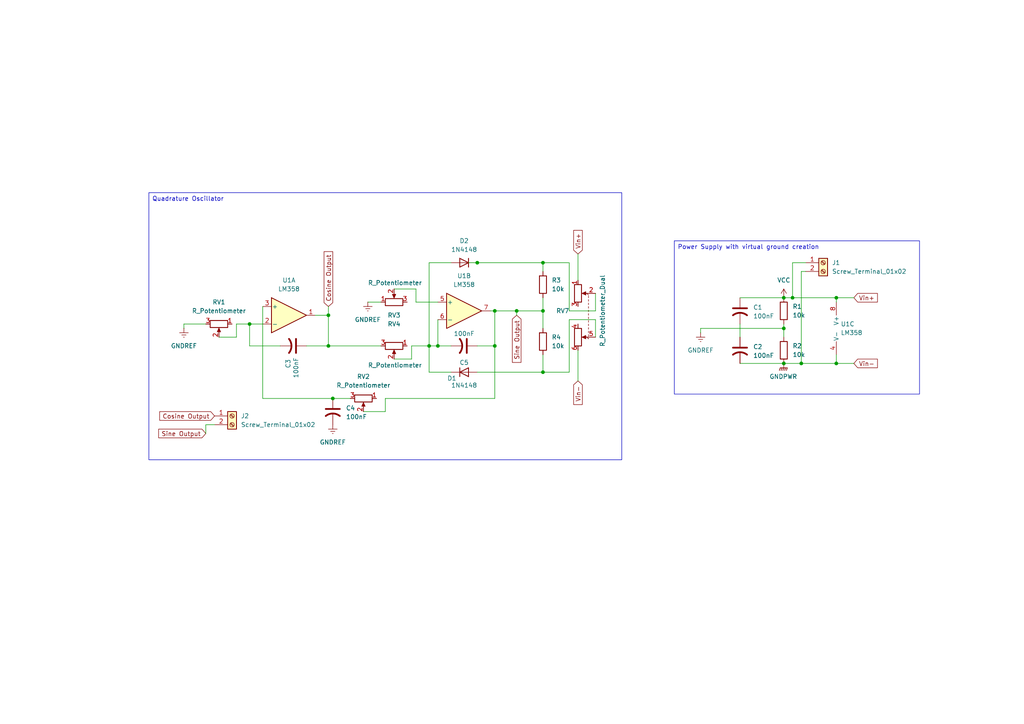
<source format=kicad_sch>
(kicad_sch
	(version 20250114)
	(generator "eeschema")
	(generator_version "9.0")
	(uuid "1123a166-d101-486e-bda7-bf05935eaf7a")
	(paper "A4")
	(title_block
		(title "Final PCB Design for 1kHz Sine/Cosine Generator")
	)
	(lib_symbols
		(symbol "Amplifier_Operational:LM358"
			(pin_names
				(offset 0.127)
			)
			(exclude_from_sim no)
			(in_bom yes)
			(on_board yes)
			(property "Reference" "U"
				(at 0 5.08 0)
				(effects
					(font
						(size 1.27 1.27)
					)
					(justify left)
				)
			)
			(property "Value" "LM358"
				(at 0 -5.08 0)
				(effects
					(font
						(size 1.27 1.27)
					)
					(justify left)
				)
			)
			(property "Footprint" ""
				(at 0 0 0)
				(effects
					(font
						(size 1.27 1.27)
					)
					(hide yes)
				)
			)
			(property "Datasheet" "http://www.ti.com/lit/ds/symlink/lm2904-n.pdf"
				(at 0 0 0)
				(effects
					(font
						(size 1.27 1.27)
					)
					(hide yes)
				)
			)
			(property "Description" "Low-Power, Dual Operational Amplifiers, DIP-8/SOIC-8/TO-99-8"
				(at 0 0 0)
				(effects
					(font
						(size 1.27 1.27)
					)
					(hide yes)
				)
			)
			(property "ki_locked" ""
				(at 0 0 0)
				(effects
					(font
						(size 1.27 1.27)
					)
				)
			)
			(property "ki_keywords" "dual opamp"
				(at 0 0 0)
				(effects
					(font
						(size 1.27 1.27)
					)
					(hide yes)
				)
			)
			(property "ki_fp_filters" "SOIC*3.9x4.9mm*P1.27mm* DIP*W7.62mm* TO*99* OnSemi*Micro8* TSSOP*3x3mm*P0.65mm* TSSOP*4.4x3mm*P0.65mm* MSOP*3x3mm*P0.65mm* SSOP*3.9x4.9mm*P0.635mm* LFCSP*2x2mm*P0.5mm* *SIP* SOIC*5.3x6.2mm*P1.27mm*"
				(at 0 0 0)
				(effects
					(font
						(size 1.27 1.27)
					)
					(hide yes)
				)
			)
			(symbol "LM358_1_1"
				(polyline
					(pts
						(xy -5.08 5.08) (xy 5.08 0) (xy -5.08 -5.08) (xy -5.08 5.08)
					)
					(stroke
						(width 0.254)
						(type default)
					)
					(fill
						(type background)
					)
				)
				(pin input line
					(at -7.62 2.54 0)
					(length 2.54)
					(name "+"
						(effects
							(font
								(size 1.27 1.27)
							)
						)
					)
					(number "3"
						(effects
							(font
								(size 1.27 1.27)
							)
						)
					)
				)
				(pin input line
					(at -7.62 -2.54 0)
					(length 2.54)
					(name "-"
						(effects
							(font
								(size 1.27 1.27)
							)
						)
					)
					(number "2"
						(effects
							(font
								(size 1.27 1.27)
							)
						)
					)
				)
				(pin output line
					(at 7.62 0 180)
					(length 2.54)
					(name "~"
						(effects
							(font
								(size 1.27 1.27)
							)
						)
					)
					(number "1"
						(effects
							(font
								(size 1.27 1.27)
							)
						)
					)
				)
			)
			(symbol "LM358_2_1"
				(polyline
					(pts
						(xy -5.08 5.08) (xy 5.08 0) (xy -5.08 -5.08) (xy -5.08 5.08)
					)
					(stroke
						(width 0.254)
						(type default)
					)
					(fill
						(type background)
					)
				)
				(pin input line
					(at -7.62 2.54 0)
					(length 2.54)
					(name "+"
						(effects
							(font
								(size 1.27 1.27)
							)
						)
					)
					(number "5"
						(effects
							(font
								(size 1.27 1.27)
							)
						)
					)
				)
				(pin input line
					(at -7.62 -2.54 0)
					(length 2.54)
					(name "-"
						(effects
							(font
								(size 1.27 1.27)
							)
						)
					)
					(number "6"
						(effects
							(font
								(size 1.27 1.27)
							)
						)
					)
				)
				(pin output line
					(at 7.62 0 180)
					(length 2.54)
					(name "~"
						(effects
							(font
								(size 1.27 1.27)
							)
						)
					)
					(number "7"
						(effects
							(font
								(size 1.27 1.27)
							)
						)
					)
				)
			)
			(symbol "LM358_3_1"
				(pin power_in line
					(at -2.54 7.62 270)
					(length 3.81)
					(name "V+"
						(effects
							(font
								(size 1.27 1.27)
							)
						)
					)
					(number "8"
						(effects
							(font
								(size 1.27 1.27)
							)
						)
					)
				)
				(pin power_in line
					(at -2.54 -7.62 90)
					(length 3.81)
					(name "V-"
						(effects
							(font
								(size 1.27 1.27)
							)
						)
					)
					(number "4"
						(effects
							(font
								(size 1.27 1.27)
							)
						)
					)
				)
			)
			(embedded_fonts no)
		)
		(symbol "Connector:Screw_Terminal_01x02"
			(pin_names
				(offset 1.016)
				(hide yes)
			)
			(exclude_from_sim no)
			(in_bom yes)
			(on_board yes)
			(property "Reference" "J"
				(at 0 2.54 0)
				(effects
					(font
						(size 1.27 1.27)
					)
				)
			)
			(property "Value" "Screw_Terminal_01x02"
				(at 0 -5.08 0)
				(effects
					(font
						(size 1.27 1.27)
					)
				)
			)
			(property "Footprint" ""
				(at 0 0 0)
				(effects
					(font
						(size 1.27 1.27)
					)
					(hide yes)
				)
			)
			(property "Datasheet" "~"
				(at 0 0 0)
				(effects
					(font
						(size 1.27 1.27)
					)
					(hide yes)
				)
			)
			(property "Description" "Generic screw terminal, single row, 01x02, script generated (kicad-library-utils/schlib/autogen/connector/)"
				(at 0 0 0)
				(effects
					(font
						(size 1.27 1.27)
					)
					(hide yes)
				)
			)
			(property "ki_keywords" "screw terminal"
				(at 0 0 0)
				(effects
					(font
						(size 1.27 1.27)
					)
					(hide yes)
				)
			)
			(property "ki_fp_filters" "TerminalBlock*:*"
				(at 0 0 0)
				(effects
					(font
						(size 1.27 1.27)
					)
					(hide yes)
				)
			)
			(symbol "Screw_Terminal_01x02_1_1"
				(rectangle
					(start -1.27 1.27)
					(end 1.27 -3.81)
					(stroke
						(width 0.254)
						(type default)
					)
					(fill
						(type background)
					)
				)
				(polyline
					(pts
						(xy -0.5334 0.3302) (xy 0.3302 -0.508)
					)
					(stroke
						(width 0.1524)
						(type default)
					)
					(fill
						(type none)
					)
				)
				(polyline
					(pts
						(xy -0.5334 -2.2098) (xy 0.3302 -3.048)
					)
					(stroke
						(width 0.1524)
						(type default)
					)
					(fill
						(type none)
					)
				)
				(polyline
					(pts
						(xy -0.3556 0.508) (xy 0.508 -0.3302)
					)
					(stroke
						(width 0.1524)
						(type default)
					)
					(fill
						(type none)
					)
				)
				(polyline
					(pts
						(xy -0.3556 -2.032) (xy 0.508 -2.8702)
					)
					(stroke
						(width 0.1524)
						(type default)
					)
					(fill
						(type none)
					)
				)
				(circle
					(center 0 0)
					(radius 0.635)
					(stroke
						(width 0.1524)
						(type default)
					)
					(fill
						(type none)
					)
				)
				(circle
					(center 0 -2.54)
					(radius 0.635)
					(stroke
						(width 0.1524)
						(type default)
					)
					(fill
						(type none)
					)
				)
				(pin passive line
					(at -5.08 0 0)
					(length 3.81)
					(name "Pin_1"
						(effects
							(font
								(size 1.27 1.27)
							)
						)
					)
					(number "1"
						(effects
							(font
								(size 1.27 1.27)
							)
						)
					)
				)
				(pin passive line
					(at -5.08 -2.54 0)
					(length 3.81)
					(name "Pin_2"
						(effects
							(font
								(size 1.27 1.27)
							)
						)
					)
					(number "2"
						(effects
							(font
								(size 1.27 1.27)
							)
						)
					)
				)
			)
			(embedded_fonts no)
		)
		(symbol "Device:C_US"
			(pin_numbers
				(hide yes)
			)
			(pin_names
				(offset 0.254)
				(hide yes)
			)
			(exclude_from_sim no)
			(in_bom yes)
			(on_board yes)
			(property "Reference" "C"
				(at 0.635 2.54 0)
				(effects
					(font
						(size 1.27 1.27)
					)
					(justify left)
				)
			)
			(property "Value" "C_US"
				(at 0.635 -2.54 0)
				(effects
					(font
						(size 1.27 1.27)
					)
					(justify left)
				)
			)
			(property "Footprint" ""
				(at 0 0 0)
				(effects
					(font
						(size 1.27 1.27)
					)
					(hide yes)
				)
			)
			(property "Datasheet" ""
				(at 0 0 0)
				(effects
					(font
						(size 1.27 1.27)
					)
					(hide yes)
				)
			)
			(property "Description" "capacitor, US symbol"
				(at 0 0 0)
				(effects
					(font
						(size 1.27 1.27)
					)
					(hide yes)
				)
			)
			(property "ki_keywords" "cap capacitor"
				(at 0 0 0)
				(effects
					(font
						(size 1.27 1.27)
					)
					(hide yes)
				)
			)
			(property "ki_fp_filters" "C_*"
				(at 0 0 0)
				(effects
					(font
						(size 1.27 1.27)
					)
					(hide yes)
				)
			)
			(symbol "C_US_0_1"
				(polyline
					(pts
						(xy -2.032 0.762) (xy 2.032 0.762)
					)
					(stroke
						(width 0.508)
						(type default)
					)
					(fill
						(type none)
					)
				)
				(arc
					(start -2.032 -1.27)
					(mid 0 -0.5572)
					(end 2.032 -1.27)
					(stroke
						(width 0.508)
						(type default)
					)
					(fill
						(type none)
					)
				)
			)
			(symbol "C_US_1_1"
				(pin passive line
					(at 0 3.81 270)
					(length 2.794)
					(name "~"
						(effects
							(font
								(size 1.27 1.27)
							)
						)
					)
					(number "1"
						(effects
							(font
								(size 1.27 1.27)
							)
						)
					)
				)
				(pin passive line
					(at 0 -3.81 90)
					(length 3.302)
					(name "~"
						(effects
							(font
								(size 1.27 1.27)
							)
						)
					)
					(number "2"
						(effects
							(font
								(size 1.27 1.27)
							)
						)
					)
				)
			)
			(embedded_fonts no)
		)
		(symbol "Device:R"
			(pin_numbers
				(hide yes)
			)
			(pin_names
				(offset 0)
			)
			(exclude_from_sim no)
			(in_bom yes)
			(on_board yes)
			(property "Reference" "R"
				(at 2.032 0 90)
				(effects
					(font
						(size 1.27 1.27)
					)
				)
			)
			(property "Value" "R"
				(at 0 0 90)
				(effects
					(font
						(size 1.27 1.27)
					)
				)
			)
			(property "Footprint" ""
				(at -1.778 0 90)
				(effects
					(font
						(size 1.27 1.27)
					)
					(hide yes)
				)
			)
			(property "Datasheet" "~"
				(at 0 0 0)
				(effects
					(font
						(size 1.27 1.27)
					)
					(hide yes)
				)
			)
			(property "Description" "Resistor"
				(at 0 0 0)
				(effects
					(font
						(size 1.27 1.27)
					)
					(hide yes)
				)
			)
			(property "ki_keywords" "R res resistor"
				(at 0 0 0)
				(effects
					(font
						(size 1.27 1.27)
					)
					(hide yes)
				)
			)
			(property "ki_fp_filters" "R_*"
				(at 0 0 0)
				(effects
					(font
						(size 1.27 1.27)
					)
					(hide yes)
				)
			)
			(symbol "R_0_1"
				(rectangle
					(start -1.016 -2.54)
					(end 1.016 2.54)
					(stroke
						(width 0.254)
						(type default)
					)
					(fill
						(type none)
					)
				)
			)
			(symbol "R_1_1"
				(pin passive line
					(at 0 3.81 270)
					(length 1.27)
					(name "~"
						(effects
							(font
								(size 1.27 1.27)
							)
						)
					)
					(number "1"
						(effects
							(font
								(size 1.27 1.27)
							)
						)
					)
				)
				(pin passive line
					(at 0 -3.81 90)
					(length 1.27)
					(name "~"
						(effects
							(font
								(size 1.27 1.27)
							)
						)
					)
					(number "2"
						(effects
							(font
								(size 1.27 1.27)
							)
						)
					)
				)
			)
			(embedded_fonts no)
		)
		(symbol "Device:R_Potentiometer"
			(pin_names
				(offset 1.016)
				(hide yes)
			)
			(exclude_from_sim no)
			(in_bom yes)
			(on_board yes)
			(property "Reference" "RV"
				(at -4.445 0 90)
				(effects
					(font
						(size 1.27 1.27)
					)
				)
			)
			(property "Value" "R_Potentiometer"
				(at -2.54 0 90)
				(effects
					(font
						(size 1.27 1.27)
					)
				)
			)
			(property "Footprint" ""
				(at 0 0 0)
				(effects
					(font
						(size 1.27 1.27)
					)
					(hide yes)
				)
			)
			(property "Datasheet" "~"
				(at 0 0 0)
				(effects
					(font
						(size 1.27 1.27)
					)
					(hide yes)
				)
			)
			(property "Description" "Potentiometer"
				(at 0 0 0)
				(effects
					(font
						(size 1.27 1.27)
					)
					(hide yes)
				)
			)
			(property "ki_keywords" "resistor variable"
				(at 0 0 0)
				(effects
					(font
						(size 1.27 1.27)
					)
					(hide yes)
				)
			)
			(property "ki_fp_filters" "Potentiometer*"
				(at 0 0 0)
				(effects
					(font
						(size 1.27 1.27)
					)
					(hide yes)
				)
			)
			(symbol "R_Potentiometer_0_1"
				(rectangle
					(start 1.016 2.54)
					(end -1.016 -2.54)
					(stroke
						(width 0.254)
						(type default)
					)
					(fill
						(type none)
					)
				)
				(polyline
					(pts
						(xy 1.143 0) (xy 2.286 0.508) (xy 2.286 -0.508) (xy 1.143 0)
					)
					(stroke
						(width 0)
						(type default)
					)
					(fill
						(type outline)
					)
				)
				(polyline
					(pts
						(xy 2.54 0) (xy 1.524 0)
					)
					(stroke
						(width 0)
						(type default)
					)
					(fill
						(type none)
					)
				)
			)
			(symbol "R_Potentiometer_1_1"
				(pin passive line
					(at 0 3.81 270)
					(length 1.27)
					(name "1"
						(effects
							(font
								(size 1.27 1.27)
							)
						)
					)
					(number "1"
						(effects
							(font
								(size 1.27 1.27)
							)
						)
					)
				)
				(pin passive line
					(at 0 -3.81 90)
					(length 1.27)
					(name "3"
						(effects
							(font
								(size 1.27 1.27)
							)
						)
					)
					(number "3"
						(effects
							(font
								(size 1.27 1.27)
							)
						)
					)
				)
				(pin passive line
					(at 3.81 0 180)
					(length 1.27)
					(name "2"
						(effects
							(font
								(size 1.27 1.27)
							)
						)
					)
					(number "2"
						(effects
							(font
								(size 1.27 1.27)
							)
						)
					)
				)
			)
			(embedded_fonts no)
		)
		(symbol "Device:R_Potentiometer_Dual"
			(pin_names
				(offset 1.016)
				(hide yes)
			)
			(exclude_from_sim no)
			(in_bom yes)
			(on_board yes)
			(property "Reference" "RV"
				(at 0 3.81 0)
				(effects
					(font
						(size 1.27 1.27)
					)
				)
			)
			(property "Value" "R_Potentiometer_Dual"
				(at 0 1.905 0)
				(effects
					(font
						(size 1.27 1.27)
					)
				)
			)
			(property "Footprint" ""
				(at 6.35 -1.905 0)
				(effects
					(font
						(size 1.27 1.27)
					)
					(hide yes)
				)
			)
			(property "Datasheet" "~"
				(at 6.35 -1.905 0)
				(effects
					(font
						(size 1.27 1.27)
					)
					(hide yes)
				)
			)
			(property "Description" "Dual potentiometer"
				(at 0 0 0)
				(effects
					(font
						(size 1.27 1.27)
					)
					(hide yes)
				)
			)
			(property "ki_keywords" "resistor variable"
				(at 0 0 0)
				(effects
					(font
						(size 1.27 1.27)
					)
					(hide yes)
				)
			)
			(property "ki_fp_filters" "Potentiometer*"
				(at 0 0 0)
				(effects
					(font
						(size 1.27 1.27)
					)
					(hide yes)
				)
			)
			(symbol "R_Potentiometer_Dual_0_1"
				(rectangle
					(start -8.89 -1.524)
					(end -3.81 -3.556)
					(stroke
						(width 0.254)
						(type default)
					)
					(fill
						(type none)
					)
				)
				(polyline
					(pts
						(xy -6.35 0) (xy -6.35 -1.016)
					)
					(stroke
						(width 0)
						(type default)
					)
					(fill
						(type none)
					)
				)
				(polyline
					(pts
						(xy -6.35 0) (xy -6.35 -1.016)
					)
					(stroke
						(width 0)
						(type default)
					)
					(fill
						(type none)
					)
				)
				(polyline
					(pts
						(xy -6.35 0) (xy -5.842 0.508)
					)
					(stroke
						(width 0)
						(type default)
					)
					(fill
						(type none)
					)
				)
				(polyline
					(pts
						(xy -6.35 -1.397) (xy -6.858 -0.254) (xy -5.842 -0.254) (xy -6.35 -1.397)
					)
					(stroke
						(width 0)
						(type default)
					)
					(fill
						(type outline)
					)
				)
				(polyline
					(pts
						(xy -5.588 0.508) (xy -5.08 0.508)
					)
					(stroke
						(width 0)
						(type default)
					)
					(fill
						(type none)
					)
				)
				(polyline
					(pts
						(xy -4.572 0.508) (xy -4.064 0.508)
					)
					(stroke
						(width 0)
						(type default)
					)
					(fill
						(type none)
					)
				)
				(polyline
					(pts
						(xy -3.556 0.508) (xy -3.048 0.508)
					)
					(stroke
						(width 0)
						(type default)
					)
					(fill
						(type none)
					)
				)
				(polyline
					(pts
						(xy -2.54 0.508) (xy -2.032 0.508)
					)
					(stroke
						(width 0)
						(type default)
					)
					(fill
						(type none)
					)
				)
				(polyline
					(pts
						(xy -1.524 0.508) (xy -1.016 0.508)
					)
					(stroke
						(width 0)
						(type default)
					)
					(fill
						(type none)
					)
				)
				(polyline
					(pts
						(xy -0.508 0.508) (xy 0 0.508)
					)
					(stroke
						(width 0)
						(type default)
					)
					(fill
						(type none)
					)
				)
				(polyline
					(pts
						(xy 0.508 0.508) (xy 1.016 0.508)
					)
					(stroke
						(width 0)
						(type default)
					)
					(fill
						(type none)
					)
				)
				(polyline
					(pts
						(xy 1.524 0.508) (xy 2.032 0.508)
					)
					(stroke
						(width 0)
						(type default)
					)
					(fill
						(type none)
					)
				)
				(polyline
					(pts
						(xy 2.54 0.508) (xy 3.048 0.508)
					)
					(stroke
						(width 0)
						(type default)
					)
					(fill
						(type none)
					)
				)
				(polyline
					(pts
						(xy 3.556 0.508) (xy 4.064 0.508)
					)
					(stroke
						(width 0)
						(type default)
					)
					(fill
						(type none)
					)
				)
				(rectangle
					(start 3.81 -1.524)
					(end 8.89 -3.556)
					(stroke
						(width 0.254)
						(type default)
					)
					(fill
						(type none)
					)
				)
				(polyline
					(pts
						(xy 4.572 0.508) (xy 5.08 0.508)
					)
					(stroke
						(width 0)
						(type default)
					)
					(fill
						(type none)
					)
				)
				(polyline
					(pts
						(xy 5.588 0.508) (xy 6.096 0.508)
					)
					(stroke
						(width 0)
						(type default)
					)
					(fill
						(type none)
					)
				)
				(polyline
					(pts
						(xy 6.35 0) (xy 6.35 -1.016)
					)
					(stroke
						(width 0)
						(type default)
					)
					(fill
						(type none)
					)
				)
				(polyline
					(pts
						(xy 6.35 0) (xy 6.35 -1.016)
					)
					(stroke
						(width 0)
						(type default)
					)
					(fill
						(type none)
					)
				)
				(polyline
					(pts
						(xy 6.35 -1.397) (xy 5.842 -0.254) (xy 6.858 -0.254) (xy 6.35 -1.397)
					)
					(stroke
						(width 0)
						(type default)
					)
					(fill
						(type outline)
					)
				)
				(polyline
					(pts
						(xy 6.604 0.508) (xy 6.858 0.508) (xy 6.35 0)
					)
					(stroke
						(width 0)
						(type default)
					)
					(fill
						(type none)
					)
				)
			)
			(symbol "R_Potentiometer_Dual_1_1"
				(pin passive line
					(at -10.16 -2.54 0)
					(length 1.27)
					(name "1"
						(effects
							(font
								(size 1.27 1.27)
							)
						)
					)
					(number "1"
						(effects
							(font
								(size 1.27 1.27)
							)
						)
					)
				)
				(pin passive line
					(at -6.35 2.54 270)
					(length 2.54)
					(name "2"
						(effects
							(font
								(size 1.27 1.27)
							)
						)
					)
					(number "2"
						(effects
							(font
								(size 1.27 1.27)
							)
						)
					)
				)
				(pin passive line
					(at -2.54 -2.54 180)
					(length 1.27)
					(name "3"
						(effects
							(font
								(size 1.27 1.27)
							)
						)
					)
					(number "3"
						(effects
							(font
								(size 1.27 1.27)
							)
						)
					)
				)
				(pin passive line
					(at 2.54 -2.54 0)
					(length 1.27)
					(name "4"
						(effects
							(font
								(size 1.27 1.27)
							)
						)
					)
					(number "4"
						(effects
							(font
								(size 1.27 1.27)
							)
						)
					)
				)
				(pin passive line
					(at 6.35 2.54 270)
					(length 2.54)
					(name "5"
						(effects
							(font
								(size 1.27 1.27)
							)
						)
					)
					(number "5"
						(effects
							(font
								(size 1.27 1.27)
							)
						)
					)
				)
				(pin passive line
					(at 10.16 -2.54 180)
					(length 1.27)
					(name "6"
						(effects
							(font
								(size 1.27 1.27)
							)
						)
					)
					(number "6"
						(effects
							(font
								(size 1.27 1.27)
							)
						)
					)
				)
			)
			(embedded_fonts no)
		)
		(symbol "Diode:1N4148"
			(pin_numbers
				(hide yes)
			)
			(pin_names
				(hide yes)
			)
			(exclude_from_sim no)
			(in_bom yes)
			(on_board yes)
			(property "Reference" "D"
				(at 0 2.54 0)
				(effects
					(font
						(size 1.27 1.27)
					)
				)
			)
			(property "Value" "1N4148"
				(at 0 -2.54 0)
				(effects
					(font
						(size 1.27 1.27)
					)
				)
			)
			(property "Footprint" "Diode_THT:D_DO-35_SOD27_P7.62mm_Horizontal"
				(at 0 0 0)
				(effects
					(font
						(size 1.27 1.27)
					)
					(hide yes)
				)
			)
			(property "Datasheet" "https://assets.nexperia.com/documents/data-sheet/1N4148_1N4448.pdf"
				(at 0 0 0)
				(effects
					(font
						(size 1.27 1.27)
					)
					(hide yes)
				)
			)
			(property "Description" "100V 0.15A standard switching diode, DO-35"
				(at 0 0 0)
				(effects
					(font
						(size 1.27 1.27)
					)
					(hide yes)
				)
			)
			(property "Sim.Device" "D"
				(at 0 0 0)
				(effects
					(font
						(size 1.27 1.27)
					)
					(hide yes)
				)
			)
			(property "Sim.Pins" "1=K 2=A"
				(at 0 0 0)
				(effects
					(font
						(size 1.27 1.27)
					)
					(hide yes)
				)
			)
			(property "ki_keywords" "diode"
				(at 0 0 0)
				(effects
					(font
						(size 1.27 1.27)
					)
					(hide yes)
				)
			)
			(property "ki_fp_filters" "D*DO?35*"
				(at 0 0 0)
				(effects
					(font
						(size 1.27 1.27)
					)
					(hide yes)
				)
			)
			(symbol "1N4148_0_1"
				(polyline
					(pts
						(xy -1.27 1.27) (xy -1.27 -1.27)
					)
					(stroke
						(width 0.254)
						(type default)
					)
					(fill
						(type none)
					)
				)
				(polyline
					(pts
						(xy 1.27 1.27) (xy 1.27 -1.27) (xy -1.27 0) (xy 1.27 1.27)
					)
					(stroke
						(width 0.254)
						(type default)
					)
					(fill
						(type none)
					)
				)
				(polyline
					(pts
						(xy 1.27 0) (xy -1.27 0)
					)
					(stroke
						(width 0)
						(type default)
					)
					(fill
						(type none)
					)
				)
			)
			(symbol "1N4148_1_1"
				(pin passive line
					(at -3.81 0 0)
					(length 2.54)
					(name "K"
						(effects
							(font
								(size 1.27 1.27)
							)
						)
					)
					(number "1"
						(effects
							(font
								(size 1.27 1.27)
							)
						)
					)
				)
				(pin passive line
					(at 3.81 0 180)
					(length 2.54)
					(name "A"
						(effects
							(font
								(size 1.27 1.27)
							)
						)
					)
					(number "2"
						(effects
							(font
								(size 1.27 1.27)
							)
						)
					)
				)
			)
			(embedded_fonts no)
		)
		(symbol "power:GNDPWR"
			(power)
			(pin_numbers
				(hide yes)
			)
			(pin_names
				(offset 0)
				(hide yes)
			)
			(exclude_from_sim no)
			(in_bom yes)
			(on_board yes)
			(property "Reference" "#PWR"
				(at 0 -5.08 0)
				(effects
					(font
						(size 1.27 1.27)
					)
					(hide yes)
				)
			)
			(property "Value" "GNDPWR"
				(at 0 -3.302 0)
				(effects
					(font
						(size 1.27 1.27)
					)
				)
			)
			(property "Footprint" ""
				(at 0 -1.27 0)
				(effects
					(font
						(size 1.27 1.27)
					)
					(hide yes)
				)
			)
			(property "Datasheet" ""
				(at 0 -1.27 0)
				(effects
					(font
						(size 1.27 1.27)
					)
					(hide yes)
				)
			)
			(property "Description" "Power symbol creates a global label with name \"GNDPWR\" , global ground"
				(at 0 0 0)
				(effects
					(font
						(size 1.27 1.27)
					)
					(hide yes)
				)
			)
			(property "ki_keywords" "global ground"
				(at 0 0 0)
				(effects
					(font
						(size 1.27 1.27)
					)
					(hide yes)
				)
			)
			(symbol "GNDPWR_0_1"
				(polyline
					(pts
						(xy -1.016 -1.27) (xy -1.27 -2.032) (xy -1.27 -2.032)
					)
					(stroke
						(width 0.2032)
						(type default)
					)
					(fill
						(type none)
					)
				)
				(polyline
					(pts
						(xy -0.508 -1.27) (xy -0.762 -2.032) (xy -0.762 -2.032)
					)
					(stroke
						(width 0.2032)
						(type default)
					)
					(fill
						(type none)
					)
				)
				(polyline
					(pts
						(xy 0 -1.27) (xy 0 0)
					)
					(stroke
						(width 0)
						(type default)
					)
					(fill
						(type none)
					)
				)
				(polyline
					(pts
						(xy 0 -1.27) (xy -0.254 -2.032) (xy -0.254 -2.032)
					)
					(stroke
						(width 0.2032)
						(type default)
					)
					(fill
						(type none)
					)
				)
				(polyline
					(pts
						(xy 0.508 -1.27) (xy 0.254 -2.032) (xy 0.254 -2.032)
					)
					(stroke
						(width 0.2032)
						(type default)
					)
					(fill
						(type none)
					)
				)
				(polyline
					(pts
						(xy 1.016 -1.27) (xy -1.016 -1.27) (xy -1.016 -1.27)
					)
					(stroke
						(width 0.2032)
						(type default)
					)
					(fill
						(type none)
					)
				)
				(polyline
					(pts
						(xy 1.016 -1.27) (xy 0.762 -2.032) (xy 0.762 -2.032) (xy 0.762 -2.032)
					)
					(stroke
						(width 0.2032)
						(type default)
					)
					(fill
						(type none)
					)
				)
			)
			(symbol "GNDPWR_1_1"
				(pin power_in line
					(at 0 0 270)
					(length 0)
					(name "~"
						(effects
							(font
								(size 1.27 1.27)
							)
						)
					)
					(number "1"
						(effects
							(font
								(size 1.27 1.27)
							)
						)
					)
				)
			)
			(embedded_fonts no)
		)
		(symbol "power:GNDREF"
			(power)
			(pin_numbers
				(hide yes)
			)
			(pin_names
				(offset 0)
				(hide yes)
			)
			(exclude_from_sim no)
			(in_bom yes)
			(on_board yes)
			(property "Reference" "#PWR"
				(at 0 -6.35 0)
				(effects
					(font
						(size 1.27 1.27)
					)
					(hide yes)
				)
			)
			(property "Value" "GNDREF"
				(at 0 -3.81 0)
				(effects
					(font
						(size 1.27 1.27)
					)
				)
			)
			(property "Footprint" ""
				(at 0 0 0)
				(effects
					(font
						(size 1.27 1.27)
					)
					(hide yes)
				)
			)
			(property "Datasheet" ""
				(at 0 0 0)
				(effects
					(font
						(size 1.27 1.27)
					)
					(hide yes)
				)
			)
			(property "Description" "Power symbol creates a global label with name \"GNDREF\" , reference supply ground"
				(at 0 0 0)
				(effects
					(font
						(size 1.27 1.27)
					)
					(hide yes)
				)
			)
			(property "ki_keywords" "global power"
				(at 0 0 0)
				(effects
					(font
						(size 1.27 1.27)
					)
					(hide yes)
				)
			)
			(symbol "GNDREF_0_1"
				(polyline
					(pts
						(xy -0.635 -1.905) (xy 0.635 -1.905)
					)
					(stroke
						(width 0)
						(type default)
					)
					(fill
						(type none)
					)
				)
				(polyline
					(pts
						(xy -0.127 -2.54) (xy 0.127 -2.54)
					)
					(stroke
						(width 0)
						(type default)
					)
					(fill
						(type none)
					)
				)
				(polyline
					(pts
						(xy 0 -1.27) (xy 0 0)
					)
					(stroke
						(width 0)
						(type default)
					)
					(fill
						(type none)
					)
				)
				(polyline
					(pts
						(xy 1.27 -1.27) (xy -1.27 -1.27)
					)
					(stroke
						(width 0)
						(type default)
					)
					(fill
						(type none)
					)
				)
			)
			(symbol "GNDREF_1_1"
				(pin power_in line
					(at 0 0 270)
					(length 0)
					(name "~"
						(effects
							(font
								(size 1.27 1.27)
							)
						)
					)
					(number "1"
						(effects
							(font
								(size 1.27 1.27)
							)
						)
					)
				)
			)
			(embedded_fonts no)
		)
		(symbol "power:VCC"
			(power)
			(pin_numbers
				(hide yes)
			)
			(pin_names
				(offset 0)
				(hide yes)
			)
			(exclude_from_sim no)
			(in_bom yes)
			(on_board yes)
			(property "Reference" "#PWR"
				(at 0 -3.81 0)
				(effects
					(font
						(size 1.27 1.27)
					)
					(hide yes)
				)
			)
			(property "Value" "VCC"
				(at 0 3.556 0)
				(effects
					(font
						(size 1.27 1.27)
					)
				)
			)
			(property "Footprint" ""
				(at 0 0 0)
				(effects
					(font
						(size 1.27 1.27)
					)
					(hide yes)
				)
			)
			(property "Datasheet" ""
				(at 0 0 0)
				(effects
					(font
						(size 1.27 1.27)
					)
					(hide yes)
				)
			)
			(property "Description" "Power symbol creates a global label with name \"VCC\""
				(at 0 0 0)
				(effects
					(font
						(size 1.27 1.27)
					)
					(hide yes)
				)
			)
			(property "ki_keywords" "global power"
				(at 0 0 0)
				(effects
					(font
						(size 1.27 1.27)
					)
					(hide yes)
				)
			)
			(symbol "VCC_0_1"
				(polyline
					(pts
						(xy -0.762 1.27) (xy 0 2.54)
					)
					(stroke
						(width 0)
						(type default)
					)
					(fill
						(type none)
					)
				)
				(polyline
					(pts
						(xy 0 2.54) (xy 0.762 1.27)
					)
					(stroke
						(width 0)
						(type default)
					)
					(fill
						(type none)
					)
				)
				(polyline
					(pts
						(xy 0 0) (xy 0 2.54)
					)
					(stroke
						(width 0)
						(type default)
					)
					(fill
						(type none)
					)
				)
			)
			(symbol "VCC_1_1"
				(pin power_in line
					(at 0 0 90)
					(length 0)
					(name "~"
						(effects
							(font
								(size 1.27 1.27)
							)
						)
					)
					(number "1"
						(effects
							(font
								(size 1.27 1.27)
							)
						)
					)
				)
			)
			(embedded_fonts no)
		)
	)
	(text_box "Power Supply with virtual ground creation\n"
		(exclude_from_sim no)
		(at 195.58 69.85 0)
		(size 71.12 44.45)
		(margins 0.9525 0.9525 0.9525 0.9525)
		(stroke
			(width 0)
			(type solid)
		)
		(fill
			(type none)
		)
		(effects
			(font
				(size 1.27 1.27)
			)
			(justify left top)
		)
		(uuid "3115c248-4d5b-444b-98e6-16832f44cfbf")
	)
	(text_box "Quadrature Oscillator"
		(exclude_from_sim no)
		(at 43.18 55.88 0)
		(size 137.16 77.47)
		(margins 0.9525 0.9525 0.9525 0.9525)
		(stroke
			(width 0)
			(type solid)
		)
		(fill
			(type none)
		)
		(effects
			(font
				(size 1.27 1.27)
			)
			(justify left top)
		)
		(uuid "fccdba8c-7843-45be-9f7e-72035231367c")
	)
	(junction
		(at 95.25 91.44)
		(diameter 0)
		(color 0 0 0 0)
		(uuid "04d70e1d-421a-432f-af30-4f95f6aa6ff5")
	)
	(junction
		(at 143.51 100.33)
		(diameter 0)
		(color 0 0 0 0)
		(uuid "15da3e75-f033-427e-9636-b376641db438")
	)
	(junction
		(at 227.33 86.36)
		(diameter 0)
		(color 0 0 0 0)
		(uuid "1ed39bb4-8779-4d82-9935-f1675440d53c")
	)
	(junction
		(at 232.41 105.41)
		(diameter 0)
		(color 0 0 0 0)
		(uuid "270bba09-1b75-44ba-8bbb-18017297a8af")
	)
	(junction
		(at 127 100.33)
		(diameter 0)
		(color 0 0 0 0)
		(uuid "4c03a91c-75bf-458a-84f4-401d0a82f323")
	)
	(junction
		(at 242.57 86.36)
		(diameter 0)
		(color 0 0 0 0)
		(uuid "51722535-fe54-47d9-a4b4-62dd7f279efd")
	)
	(junction
		(at 149.86 90.17)
		(diameter 0)
		(color 0 0 0 0)
		(uuid "5ac1ba8d-2061-45f2-a23c-843acc0ff626")
	)
	(junction
		(at 242.57 105.41)
		(diameter 0)
		(color 0 0 0 0)
		(uuid "5fef875a-948f-44bc-a123-a31ef72e5123")
	)
	(junction
		(at 95.25 100.33)
		(diameter 0)
		(color 0 0 0 0)
		(uuid "783224b3-6b08-4682-85d6-5d28f1497f01")
	)
	(junction
		(at 96.52 115.57)
		(diameter 0)
		(color 0 0 0 0)
		(uuid "82a6f237-aa8b-4520-88df-7088b0e0be59")
	)
	(junction
		(at 227.33 95.25)
		(diameter 0)
		(color 0 0 0 0)
		(uuid "9809aaab-23f5-48e4-9563-fa63842307fe")
	)
	(junction
		(at 229.87 86.36)
		(diameter 0)
		(color 0 0 0 0)
		(uuid "a2acfeab-0d7b-48ca-a11c-080f594e5d0e")
	)
	(junction
		(at 143.51 90.17)
		(diameter 0)
		(color 0 0 0 0)
		(uuid "a3c6f0fd-f26a-429d-bd37-bc261571a45b")
	)
	(junction
		(at 157.48 76.2)
		(diameter 0)
		(color 0 0 0 0)
		(uuid "abd94c26-58bc-4f73-b5d9-17cb7d62448c")
	)
	(junction
		(at 227.33 105.41)
		(diameter 0)
		(color 0 0 0 0)
		(uuid "d1d0d4b2-2654-41df-9dfd-284c455cb836")
	)
	(junction
		(at 157.48 90.17)
		(diameter 0)
		(color 0 0 0 0)
		(uuid "e18a6fed-a3a4-4a61-a971-0ef7a6af452c")
	)
	(junction
		(at 157.48 107.95)
		(diameter 0)
		(color 0 0 0 0)
		(uuid "e6674e21-5598-4d08-9bde-852963ae9a84")
	)
	(junction
		(at 72.39 93.98)
		(diameter 0)
		(color 0 0 0 0)
		(uuid "e85c6a45-49c6-467e-9d32-1a6bacccbac0")
	)
	(junction
		(at 124.46 100.33)
		(diameter 0)
		(color 0 0 0 0)
		(uuid "e887b916-1369-413d-a83e-f497abcdab2e")
	)
	(junction
		(at 138.43 76.2)
		(diameter 0)
		(color 0 0 0 0)
		(uuid "f49f8b7c-2684-4177-8064-c292fca76ccc")
	)
	(wire
		(pts
			(xy 143.51 90.17) (xy 143.51 100.33)
		)
		(stroke
			(width 0)
			(type default)
		)
		(uuid "03126385-0d20-4ae3-b436-ec7e3b47114c")
	)
	(wire
		(pts
			(xy 135.89 76.2) (xy 138.43 76.2)
		)
		(stroke
			(width 0)
			(type default)
		)
		(uuid "0928472b-2e3e-44b3-bd06-143982fa5589")
	)
	(wire
		(pts
			(xy 157.48 76.2) (xy 157.48 78.74)
		)
		(stroke
			(width 0)
			(type default)
		)
		(uuid "0982bdcf-2192-4892-b8cd-5ef87d6f1e22")
	)
	(wire
		(pts
			(xy 127 100.33) (xy 130.81 100.33)
		)
		(stroke
			(width 0)
			(type default)
		)
		(uuid "0fa5dd24-8a2f-4294-a7c5-7c6bdc25bca5")
	)
	(wire
		(pts
			(xy 157.48 107.95) (xy 165.1 107.95)
		)
		(stroke
			(width 0)
			(type default)
		)
		(uuid "123ea0bc-628c-4e49-9751-260b1a2d06e1")
	)
	(wire
		(pts
			(xy 233.68 76.2) (xy 229.87 76.2)
		)
		(stroke
			(width 0)
			(type default)
		)
		(uuid "12a793c2-e1ed-48bc-a5f7-7b7b27690941")
	)
	(wire
		(pts
			(xy 214.63 86.36) (xy 227.33 86.36)
		)
		(stroke
			(width 0)
			(type default)
		)
		(uuid "12d408d8-cc15-489c-8697-5375aff15062")
	)
	(wire
		(pts
			(xy 88.9 100.33) (xy 95.25 100.33)
		)
		(stroke
			(width 0)
			(type default)
		)
		(uuid "16965982-9cea-4730-96eb-828e390ae932")
	)
	(wire
		(pts
			(xy 106.68 87.63) (xy 110.49 87.63)
		)
		(stroke
			(width 0)
			(type default)
		)
		(uuid "16eebeb3-b30f-426f-9ca0-742f1d87959f")
	)
	(wire
		(pts
			(xy 120.65 83.82) (xy 120.65 87.63)
		)
		(stroke
			(width 0)
			(type default)
		)
		(uuid "1852c7f3-770b-47de-a5f6-6790d048592f")
	)
	(wire
		(pts
			(xy 229.87 76.2) (xy 229.87 86.36)
		)
		(stroke
			(width 0)
			(type default)
		)
		(uuid "1c8a7502-a442-40aa-862d-4c1e7f9d27c0")
	)
	(wire
		(pts
			(xy 227.33 86.36) (xy 229.87 86.36)
		)
		(stroke
			(width 0)
			(type default)
		)
		(uuid "20bcd9d7-b49f-4d61-ab71-25d8623217b7")
	)
	(wire
		(pts
			(xy 119.38 100.33) (xy 124.46 100.33)
		)
		(stroke
			(width 0)
			(type default)
		)
		(uuid "21521608-49e7-4022-8268-a3bcc45c6e8d")
	)
	(wire
		(pts
			(xy 111.76 119.38) (xy 111.76 115.57)
		)
		(stroke
			(width 0)
			(type default)
		)
		(uuid "2a6bc4de-c9f5-4ac4-ab0a-7cee419fa93b")
	)
	(wire
		(pts
			(xy 53.34 93.98) (xy 59.69 93.98)
		)
		(stroke
			(width 0)
			(type default)
		)
		(uuid "2cc2439e-28b1-411c-9be1-c34b6bef673d")
	)
	(wire
		(pts
			(xy 59.69 125.73) (xy 59.69 123.19)
		)
		(stroke
			(width 0)
			(type default)
		)
		(uuid "31dbec8c-510b-4286-8570-bceb389085a7")
	)
	(wire
		(pts
			(xy 119.38 104.14) (xy 119.38 100.33)
		)
		(stroke
			(width 0)
			(type default)
		)
		(uuid "37b1fdef-f89a-4679-af50-1444424b42a4")
	)
	(wire
		(pts
			(xy 167.64 101.6) (xy 167.64 110.49)
		)
		(stroke
			(width 0)
			(type default)
		)
		(uuid "3b4af66a-bc1e-4484-8e0a-17d43020d871")
	)
	(wire
		(pts
			(xy 242.57 105.41) (xy 247.65 105.41)
		)
		(stroke
			(width 0)
			(type default)
		)
		(uuid "3bd84817-86bf-4b69-9a07-cefc3938a5a6")
	)
	(wire
		(pts
			(xy 76.2 88.9) (xy 76.2 115.57)
		)
		(stroke
			(width 0)
			(type default)
		)
		(uuid "3f8d869c-05c7-4500-8796-7939d232da46")
	)
	(wire
		(pts
			(xy 143.51 90.17) (xy 149.86 90.17)
		)
		(stroke
			(width 0)
			(type default)
		)
		(uuid "44f13dd0-a2fe-421b-a8bd-24223f6d2dc0")
	)
	(wire
		(pts
			(xy 157.48 86.36) (xy 157.48 90.17)
		)
		(stroke
			(width 0)
			(type default)
		)
		(uuid "4e0502ca-c3b0-4dfd-bb0c-256cb92593f5")
	)
	(wire
		(pts
			(xy 232.41 78.74) (xy 232.41 105.41)
		)
		(stroke
			(width 0)
			(type default)
		)
		(uuid "552bc802-0f2c-4307-9e5d-6781169c558f")
	)
	(wire
		(pts
			(xy 165.1 76.2) (xy 165.1 90.17)
		)
		(stroke
			(width 0)
			(type default)
		)
		(uuid "59efb43f-8591-47e7-bbc1-600984a67fd9")
	)
	(wire
		(pts
			(xy 95.25 100.33) (xy 95.25 91.44)
		)
		(stroke
			(width 0)
			(type default)
		)
		(uuid "5c0a6acc-3a89-470b-843c-7497d16948f6")
	)
	(wire
		(pts
			(xy 157.48 102.87) (xy 157.48 107.95)
		)
		(stroke
			(width 0)
			(type default)
		)
		(uuid "6137cb36-b877-45ea-9b62-8d1a1e29b9b5")
	)
	(wire
		(pts
			(xy 227.33 95.25) (xy 227.33 97.79)
		)
		(stroke
			(width 0)
			(type default)
		)
		(uuid "61dc231a-09ca-4b3c-9ac9-c7676ca5f4ff")
	)
	(wire
		(pts
			(xy 157.48 76.2) (xy 165.1 76.2)
		)
		(stroke
			(width 0)
			(type default)
		)
		(uuid "62e8f358-9c00-45e5-a7fd-b34a5d505fd4")
	)
	(wire
		(pts
			(xy 138.43 100.33) (xy 143.51 100.33)
		)
		(stroke
			(width 0)
			(type default)
		)
		(uuid "649d821a-6a3a-450d-905f-4404e925e65f")
	)
	(wire
		(pts
			(xy 53.34 95.25) (xy 53.34 93.98)
		)
		(stroke
			(width 0)
			(type default)
		)
		(uuid "6bf8ea10-a5ce-480b-9bc5-e07e96201ce5")
	)
	(wire
		(pts
			(xy 229.87 86.36) (xy 242.57 86.36)
		)
		(stroke
			(width 0)
			(type default)
		)
		(uuid "7af8504b-960a-411b-ae11-e3b606fb735a")
	)
	(wire
		(pts
			(xy 124.46 107.95) (xy 130.81 107.95)
		)
		(stroke
			(width 0)
			(type default)
		)
		(uuid "7d0c3ebf-4e56-40d5-9f78-e063fd0dfb6b")
	)
	(wire
		(pts
			(xy 227.33 93.98) (xy 227.33 95.25)
		)
		(stroke
			(width 0)
			(type default)
		)
		(uuid "7fb98050-4a23-468b-8f72-fabf25f5387e")
	)
	(wire
		(pts
			(xy 72.39 100.33) (xy 72.39 93.98)
		)
		(stroke
			(width 0)
			(type default)
		)
		(uuid "84624bb3-b9d9-4264-9a25-18952565bc5e")
	)
	(wire
		(pts
			(xy 165.1 92.71) (xy 172.72 92.71)
		)
		(stroke
			(width 0)
			(type default)
		)
		(uuid "8761321c-de66-409b-938e-27e07f34feff")
	)
	(wire
		(pts
			(xy 81.28 100.33) (xy 72.39 100.33)
		)
		(stroke
			(width 0)
			(type default)
		)
		(uuid "8d0a2f69-59f4-493c-aea4-e8658101500f")
	)
	(wire
		(pts
			(xy 214.63 93.98) (xy 214.63 97.79)
		)
		(stroke
			(width 0)
			(type default)
		)
		(uuid "94a78b72-1474-448f-82ce-1119e2e3352d")
	)
	(wire
		(pts
			(xy 68.58 93.98) (xy 72.39 93.98)
		)
		(stroke
			(width 0)
			(type default)
		)
		(uuid "9643a887-e2b4-446c-b844-fb9bf6cc33b0")
	)
	(wire
		(pts
			(xy 242.57 86.36) (xy 242.57 87.63)
		)
		(stroke
			(width 0)
			(type default)
		)
		(uuid "96a4d722-4445-4235-a109-fd6afc35c9e8")
	)
	(wire
		(pts
			(xy 142.24 90.17) (xy 143.51 90.17)
		)
		(stroke
			(width 0)
			(type default)
		)
		(uuid "997c68ae-b664-4fb7-ba18-0d7ee7fc9595")
	)
	(wire
		(pts
			(xy 165.1 90.17) (xy 172.72 90.17)
		)
		(stroke
			(width 0)
			(type default)
		)
		(uuid "9aae056d-6d83-4c5e-892c-fa9fcab16c0e")
	)
	(wire
		(pts
			(xy 138.43 76.2) (xy 157.48 76.2)
		)
		(stroke
			(width 0)
			(type default)
		)
		(uuid "9ce6c9db-8ee2-4173-962b-493a8867862a")
	)
	(wire
		(pts
			(xy 124.46 76.2) (xy 124.46 100.33)
		)
		(stroke
			(width 0)
			(type default)
		)
		(uuid "9d678551-f9b6-41b4-8d3e-657bb98b4b0d")
	)
	(wire
		(pts
			(xy 76.2 115.57) (xy 96.52 115.57)
		)
		(stroke
			(width 0)
			(type default)
		)
		(uuid "9dc59643-a19e-4e0f-a840-66d0b1e3faad")
	)
	(wire
		(pts
			(xy 172.72 92.71) (xy 172.72 97.79)
		)
		(stroke
			(width 0)
			(type default)
		)
		(uuid "9f8125d6-28f3-458d-9bf0-5212470d508d")
	)
	(wire
		(pts
			(xy 114.3 83.82) (xy 120.65 83.82)
		)
		(stroke
			(width 0)
			(type default)
		)
		(uuid "9f95b1b6-8964-45d8-a3d9-d201584d10de")
	)
	(wire
		(pts
			(xy 114.3 104.14) (xy 119.38 104.14)
		)
		(stroke
			(width 0)
			(type default)
		)
		(uuid "9fdd197b-6bbf-483e-8064-036b437c8775")
	)
	(wire
		(pts
			(xy 124.46 100.33) (xy 127 100.33)
		)
		(stroke
			(width 0)
			(type default)
		)
		(uuid "a2328389-930e-4a9c-b3be-d6798cd31c8a")
	)
	(wire
		(pts
			(xy 63.5 97.79) (xy 68.58 97.79)
		)
		(stroke
			(width 0)
			(type default)
		)
		(uuid "a5f51c6c-731a-40a8-ad44-32b2a755f40f")
	)
	(wire
		(pts
			(xy 105.41 119.38) (xy 111.76 119.38)
		)
		(stroke
			(width 0)
			(type default)
		)
		(uuid "aa3730da-ea33-4083-9c89-1a7043676e9f")
	)
	(wire
		(pts
			(xy 111.76 115.57) (xy 143.51 115.57)
		)
		(stroke
			(width 0)
			(type default)
		)
		(uuid "aa94c329-73af-426d-bf83-783a61686cb9")
	)
	(wire
		(pts
			(xy 95.25 100.33) (xy 110.49 100.33)
		)
		(stroke
			(width 0)
			(type default)
		)
		(uuid "ad7e5cbc-be05-4f71-b7d8-cfe9717bef09")
	)
	(wire
		(pts
			(xy 143.51 100.33) (xy 143.51 115.57)
		)
		(stroke
			(width 0)
			(type default)
		)
		(uuid "b33bf1df-286e-4bce-b7e8-f8f67b2eeabf")
	)
	(wire
		(pts
			(xy 59.69 123.19) (xy 62.23 123.19)
		)
		(stroke
			(width 0)
			(type default)
		)
		(uuid "b9d41663-b5c0-4f68-bd2e-08f2834605ca")
	)
	(wire
		(pts
			(xy 127 92.71) (xy 127 100.33)
		)
		(stroke
			(width 0)
			(type default)
		)
		(uuid "bd88a9fc-dff2-4a59-bbe1-3fd34d4179d8")
	)
	(wire
		(pts
			(xy 68.58 97.79) (xy 68.58 93.98)
		)
		(stroke
			(width 0)
			(type default)
		)
		(uuid "be56c419-39d2-402d-9da8-e3d6bb4a9263")
	)
	(wire
		(pts
			(xy 203.2 95.25) (xy 203.2 96.52)
		)
		(stroke
			(width 0)
			(type default)
		)
		(uuid "c2567120-7b59-4059-89d3-fb4423bfd58b")
	)
	(wire
		(pts
			(xy 232.41 105.41) (xy 242.57 105.41)
		)
		(stroke
			(width 0)
			(type default)
		)
		(uuid "c5a30ee5-33d4-4beb-9fc9-5c40232f6849")
	)
	(wire
		(pts
			(xy 242.57 105.41) (xy 242.57 102.87)
		)
		(stroke
			(width 0)
			(type default)
		)
		(uuid "cada56fc-e975-4f41-b437-775e20823040")
	)
	(wire
		(pts
			(xy 72.39 93.98) (xy 76.2 93.98)
		)
		(stroke
			(width 0)
			(type default)
		)
		(uuid "cae32327-5ab3-49e4-8822-d5e22ca8eaf2")
	)
	(wire
		(pts
			(xy 233.68 78.74) (xy 232.41 78.74)
		)
		(stroke
			(width 0)
			(type default)
		)
		(uuid "cdc246e7-1c00-48d9-86da-8d9bb8f58d35")
	)
	(wire
		(pts
			(xy 138.43 107.95) (xy 157.48 107.95)
		)
		(stroke
			(width 0)
			(type default)
		)
		(uuid "d3f1f600-0a17-4db8-8b22-6fbc1321f9e6")
	)
	(wire
		(pts
			(xy 242.57 86.36) (xy 247.65 86.36)
		)
		(stroke
			(width 0)
			(type default)
		)
		(uuid "d6815289-4068-44b1-a374-7b3052461d3f")
	)
	(wire
		(pts
			(xy 124.46 76.2) (xy 130.81 76.2)
		)
		(stroke
			(width 0)
			(type default)
		)
		(uuid "d7a6e418-410d-463a-9404-5c87939bb95d")
	)
	(wire
		(pts
			(xy 203.2 95.25) (xy 227.33 95.25)
		)
		(stroke
			(width 0)
			(type default)
		)
		(uuid "d9007eae-283d-4eac-b5ab-7495b2314683")
	)
	(wire
		(pts
			(xy 120.65 87.63) (xy 127 87.63)
		)
		(stroke
			(width 0)
			(type default)
		)
		(uuid "de777aa2-7ea0-4e66-9a54-65bf63d0d566")
	)
	(wire
		(pts
			(xy 157.48 90.17) (xy 157.48 95.25)
		)
		(stroke
			(width 0)
			(type default)
		)
		(uuid "e0ee3450-14bc-4ebe-a677-f4845eb08201")
	)
	(wire
		(pts
			(xy 124.46 107.95) (xy 124.46 100.33)
		)
		(stroke
			(width 0)
			(type default)
		)
		(uuid "e1d4b0d9-7c5d-4b34-b183-4fd09ae9a74b")
	)
	(wire
		(pts
			(xy 149.86 90.17) (xy 149.86 91.44)
		)
		(stroke
			(width 0)
			(type default)
		)
		(uuid "e37aac71-f50e-4acb-8946-dde3fdb165d7")
	)
	(wire
		(pts
			(xy 96.52 115.57) (xy 101.6 115.57)
		)
		(stroke
			(width 0)
			(type default)
		)
		(uuid "e4a465ce-7b62-4867-ab18-8b922b8edd2d")
	)
	(wire
		(pts
			(xy 149.86 90.17) (xy 157.48 90.17)
		)
		(stroke
			(width 0)
			(type default)
		)
		(uuid "e6891e04-0741-49ca-99fd-14d12b506348")
	)
	(wire
		(pts
			(xy 167.64 73.66) (xy 167.64 81.28)
		)
		(stroke
			(width 0)
			(type default)
		)
		(uuid "e8645ede-3499-43a6-998a-6f24319a51f2")
	)
	(wire
		(pts
			(xy 214.63 105.41) (xy 227.33 105.41)
		)
		(stroke
			(width 0)
			(type default)
		)
		(uuid "e9dabb33-0a2d-4c82-96e8-dbb191794d6c")
	)
	(wire
		(pts
			(xy 95.25 91.44) (xy 91.44 91.44)
		)
		(stroke
			(width 0)
			(type default)
		)
		(uuid "ea0dbce7-145c-4e47-81f2-516488038741")
	)
	(wire
		(pts
			(xy 95.25 88.9) (xy 95.25 91.44)
		)
		(stroke
			(width 0)
			(type default)
		)
		(uuid "f1663998-8e76-43fe-8dc6-05aed24d9a2f")
	)
	(wire
		(pts
			(xy 172.72 85.09) (xy 172.72 90.17)
		)
		(stroke
			(width 0)
			(type default)
		)
		(uuid "fa1f3486-ded2-41ff-8d56-f26d5b1667b6")
	)
	(wire
		(pts
			(xy 227.33 105.41) (xy 232.41 105.41)
		)
		(stroke
			(width 0)
			(type default)
		)
		(uuid "fe1285fa-6f6f-407c-8278-83b63dac1b26")
	)
	(wire
		(pts
			(xy 165.1 107.95) (xy 165.1 92.71)
		)
		(stroke
			(width 0)
			(type default)
		)
		(uuid "ff87948c-0204-4157-b6b3-cefe83988ef4")
	)
	(global_label "Vin-"
		(shape input)
		(at 167.64 110.49 270)
		(fields_autoplaced yes)
		(effects
			(font
				(size 1.27 1.27)
			)
			(justify right)
		)
		(uuid "50018857-b499-44f2-adc8-83bd8fd17c2d")
		(property "Intersheetrefs" "${INTERSHEET_REFS}"
			(at 167.64 117.89 90)
			(effects
				(font
					(size 1.27 1.27)
				)
				(justify right)
				(hide yes)
			)
		)
	)
	(global_label "Vin+"
		(shape input)
		(at 167.64 73.66 90)
		(fields_autoplaced yes)
		(effects
			(font
				(size 1.27 1.27)
			)
			(justify left)
		)
		(uuid "6306033c-0d4e-480f-ba88-1bf1821e55cd")
		(property "Intersheetrefs" "${INTERSHEET_REFS}"
			(at 167.64 66.26 90)
			(effects
				(font
					(size 1.27 1.27)
				)
				(justify left)
				(hide yes)
			)
		)
	)
	(global_label "Cosine Output"
		(shape input)
		(at 95.25 88.9 90)
		(fields_autoplaced yes)
		(effects
			(font
				(size 1.27 1.27)
			)
			(justify left)
		)
		(uuid "a8e94ce5-efc9-49a7-bacf-627782446e70")
		(property "Intersheetrefs" "${INTERSHEET_REFS}"
			(at 95.25 72.4288 90)
			(effects
				(font
					(size 1.27 1.27)
				)
				(justify left)
				(hide yes)
			)
		)
	)
	(global_label "Cosine Output"
		(shape input)
		(at 62.23 120.65 180)
		(fields_autoplaced yes)
		(effects
			(font
				(size 1.27 1.27)
			)
			(justify right)
		)
		(uuid "b966700d-8e0e-48ff-b9e7-d3efd198ef09")
		(property "Intersheetrefs" "${INTERSHEET_REFS}"
			(at 45.7588 120.65 0)
			(effects
				(font
					(size 1.27 1.27)
				)
				(justify right)
				(hide yes)
			)
		)
	)
	(global_label "Vin+"
		(shape input)
		(at 247.65 86.36 0)
		(fields_autoplaced yes)
		(effects
			(font
				(size 1.27 1.27)
			)
			(justify left)
		)
		(uuid "badbbd56-9c37-4b18-bab7-173a747c767c")
		(property "Intersheetrefs" "${INTERSHEET_REFS}"
			(at 255.05 86.36 0)
			(effects
				(font
					(size 1.27 1.27)
				)
				(justify left)
				(hide yes)
			)
		)
	)
	(global_label "Sine Output"
		(shape input)
		(at 149.86 91.44 270)
		(fields_autoplaced yes)
		(effects
			(font
				(size 1.27 1.27)
			)
			(justify right)
		)
		(uuid "c4398f29-e891-4c2f-b92e-55782a682a03")
		(property "Intersheetrefs" "${INTERSHEET_REFS}"
			(at 149.86 105.6736 90)
			(effects
				(font
					(size 1.27 1.27)
				)
				(justify right)
				(hide yes)
			)
		)
	)
	(global_label "Sine Output"
		(shape input)
		(at 59.69 125.73 180)
		(fields_autoplaced yes)
		(effects
			(font
				(size 1.27 1.27)
			)
			(justify right)
		)
		(uuid "f8a8d8af-771c-489b-9d74-7d0ec9bd3038")
		(property "Intersheetrefs" "${INTERSHEET_REFS}"
			(at 45.4564 125.73 0)
			(effects
				(font
					(size 1.27 1.27)
				)
				(justify right)
				(hide yes)
			)
		)
	)
	(global_label "Vin-"
		(shape input)
		(at 247.65 105.41 0)
		(fields_autoplaced yes)
		(effects
			(font
				(size 1.27 1.27)
			)
			(justify left)
		)
		(uuid "fd9b11db-b37f-4093-9f94-74180754d7cf")
		(property "Intersheetrefs" "${INTERSHEET_REFS}"
			(at 255.05 105.41 0)
			(effects
				(font
					(size 1.27 1.27)
				)
				(justify left)
				(hide yes)
			)
		)
	)
	(symbol
		(lib_id "Diode:1N4148")
		(at 134.62 76.2 0)
		(mirror y)
		(unit 1)
		(exclude_from_sim no)
		(in_bom yes)
		(on_board yes)
		(dnp no)
		(uuid "0f6904e0-ad9b-466a-8062-471071431c75")
		(property "Reference" "D2"
			(at 134.62 69.85 0)
			(effects
				(font
					(size 1.27 1.27)
				)
			)
		)
		(property "Value" "1N4148"
			(at 134.62 72.39 0)
			(effects
				(font
					(size 1.27 1.27)
				)
			)
		)
		(property "Footprint" "Diode_THT:D_DO-35_SOD27_P7.62mm_Horizontal"
			(at 134.62 76.2 0)
			(effects
				(font
					(size 1.27 1.27)
				)
				(hide yes)
			)
		)
		(property "Datasheet" "https://assets.nexperia.com/documents/data-sheet/1N4148_1N4448.pdf"
			(at 134.62 76.2 0)
			(effects
				(font
					(size 1.27 1.27)
				)
				(hide yes)
			)
		)
		(property "Description" "100V 0.15A standard switching diode, DO-35"
			(at 134.62 76.2 0)
			(effects
				(font
					(size 1.27 1.27)
				)
				(hide yes)
			)
		)
		(property "Sim.Device" "D"
			(at 134.62 76.2 0)
			(effects
				(font
					(size 1.27 1.27)
				)
				(hide yes)
			)
		)
		(property "Sim.Pins" "1=K 2=A"
			(at 134.62 76.2 0)
			(effects
				(font
					(size 1.27 1.27)
				)
				(hide yes)
			)
		)
		(pin "1"
			(uuid "77c20b63-28eb-4e74-bc86-b2c0dea3466a")
		)
		(pin "2"
			(uuid "88ba8d8a-844d-4467-a5b6-6f79ccf8d6e5")
		)
		(instances
			(project ""
				(path "/1123a166-d101-486e-bda7-bf05935eaf7a"
					(reference "D2")
					(unit 1)
				)
			)
		)
	)
	(symbol
		(lib_id "Amplifier_Operational:LM358")
		(at 83.82 91.44 0)
		(unit 1)
		(exclude_from_sim no)
		(in_bom yes)
		(on_board yes)
		(dnp no)
		(fields_autoplaced yes)
		(uuid "16c0680d-b112-43ed-8c0c-dc5e1ad93252")
		(property "Reference" "U1"
			(at 83.82 81.28 0)
			(effects
				(font
					(size 1.27 1.27)
				)
			)
		)
		(property "Value" "LM358"
			(at 83.82 83.82 0)
			(effects
				(font
					(size 1.27 1.27)
				)
			)
		)
		(property "Footprint" "Package_DIP:DIP-8_W7.62mm_Socket_LongPads"
			(at 83.82 91.44 0)
			(effects
				(font
					(size 1.27 1.27)
				)
				(hide yes)
			)
		)
		(property "Datasheet" "http://www.ti.com/lit/ds/symlink/lm2904-n.pdf"
			(at 83.82 91.44 0)
			(effects
				(font
					(size 1.27 1.27)
				)
				(hide yes)
			)
		)
		(property "Description" "Low-Power, Dual Operational Amplifiers, DIP-8/SOIC-8/TO-99-8"
			(at 83.82 91.44 0)
			(effects
				(font
					(size 1.27 1.27)
				)
				(hide yes)
			)
		)
		(pin "3"
			(uuid "60fc9b07-59c5-4d2f-8efc-4be852ecd777")
		)
		(pin "2"
			(uuid "5369af42-664c-4a59-b634-5651e333d02b")
		)
		(pin "1"
			(uuid "6f284c52-a36c-4f49-ab72-a3d92fb6af38")
		)
		(pin "5"
			(uuid "5c98aa92-f49c-4412-b8f5-9a0a37097659")
		)
		(pin "7"
			(uuid "753d6331-e409-46ab-8bd7-270f17c635e2")
		)
		(pin "4"
			(uuid "a46b17d0-bf11-44d1-9197-7134cefd0182")
		)
		(pin "6"
			(uuid "faaedb31-3935-4381-885e-e88151344700")
		)
		(pin "8"
			(uuid "da975015-7878-4a7a-90fa-95f600fda35f")
		)
		(instances
			(project ""
				(path "/1123a166-d101-486e-bda7-bf05935eaf7a"
					(reference "U1")
					(unit 1)
				)
			)
		)
	)
	(symbol
		(lib_id "Device:R")
		(at 227.33 101.6 0)
		(unit 1)
		(exclude_from_sim no)
		(in_bom yes)
		(on_board yes)
		(dnp no)
		(fields_autoplaced yes)
		(uuid "2e28a827-5e61-4311-8300-9ff3989f5d8c")
		(property "Reference" "R2"
			(at 229.87 100.3299 0)
			(effects
				(font
					(size 1.27 1.27)
				)
				(justify left)
			)
		)
		(property "Value" "10k"
			(at 229.87 102.8699 0)
			(effects
				(font
					(size 1.27 1.27)
				)
				(justify left)
			)
		)
		(property "Footprint" "Resistor_THT:R_Axial_DIN0204_L3.6mm_D1.6mm_P5.08mm_Horizontal"
			(at 225.552 101.6 90)
			(effects
				(font
					(size 1.27 1.27)
				)
				(hide yes)
			)
		)
		(property "Datasheet" "~"
			(at 227.33 101.6 0)
			(effects
				(font
					(size 1.27 1.27)
				)
				(hide yes)
			)
		)
		(property "Description" "Resistor"
			(at 227.33 101.6 0)
			(effects
				(font
					(size 1.27 1.27)
				)
				(hide yes)
			)
		)
		(pin "1"
			(uuid "cede4460-9083-44c8-8c98-1d3f66b90a74")
		)
		(pin "2"
			(uuid "d306a1da-2736-4f2b-b26a-e1ff540549cb")
		)
		(instances
			(project ""
				(path "/1123a166-d101-486e-bda7-bf05935eaf7a"
					(reference "R2")
					(unit 1)
				)
			)
		)
	)
	(symbol
		(lib_id "Device:C_US")
		(at 134.62 100.33 270)
		(unit 1)
		(exclude_from_sim no)
		(in_bom yes)
		(on_board yes)
		(dnp no)
		(uuid "2f919a70-1719-4019-bf38-6e166569849b")
		(property "Reference" "C5"
			(at 134.62 105.156 90)
			(effects
				(font
					(size 1.27 1.27)
				)
			)
		)
		(property "Value" "100nF"
			(at 134.62 96.774 90)
			(effects
				(font
					(size 1.27 1.27)
				)
			)
		)
		(property "Footprint" "Capacitor_THT:C_Disc_D3.8mm_W2.6mm_P2.50mm"
			(at 134.62 100.33 0)
			(effects
				(font
					(size 1.27 1.27)
				)
				(hide yes)
			)
		)
		(property "Datasheet" ""
			(at 134.62 100.33 0)
			(effects
				(font
					(size 1.27 1.27)
				)
				(hide yes)
			)
		)
		(property "Description" "capacitor, US symbol"
			(at 134.62 100.33 0)
			(effects
				(font
					(size 1.27 1.27)
				)
				(hide yes)
			)
		)
		(pin "1"
			(uuid "2d02640f-41dd-4009-a366-2b1bff47b05d")
		)
		(pin "2"
			(uuid "f8603610-026a-40e7-8ed5-2434aaee53d4")
		)
		(instances
			(project ""
				(path "/1123a166-d101-486e-bda7-bf05935eaf7a"
					(reference "C5")
					(unit 1)
				)
			)
		)
	)
	(symbol
		(lib_id "Device:R")
		(at 157.48 82.55 0)
		(unit 1)
		(exclude_from_sim no)
		(in_bom yes)
		(on_board yes)
		(dnp no)
		(fields_autoplaced yes)
		(uuid "35d90ac4-3930-48ea-973a-c1165816636d")
		(property "Reference" "R3"
			(at 160.02 81.2799 0)
			(effects
				(font
					(size 1.27 1.27)
				)
				(justify left)
			)
		)
		(property "Value" "10k"
			(at 160.02 83.8199 0)
			(effects
				(font
					(size 1.27 1.27)
				)
				(justify left)
			)
		)
		(property "Footprint" "Resistor_THT:R_Axial_DIN0204_L3.6mm_D1.6mm_P5.08mm_Horizontal"
			(at 155.702 82.55 90)
			(effects
				(font
					(size 1.27 1.27)
				)
				(hide yes)
			)
		)
		(property "Datasheet" "~"
			(at 157.48 82.55 0)
			(effects
				(font
					(size 1.27 1.27)
				)
				(hide yes)
			)
		)
		(property "Description" "Resistor"
			(at 157.48 82.55 0)
			(effects
				(font
					(size 1.27 1.27)
				)
				(hide yes)
			)
		)
		(pin "1"
			(uuid "29825776-40fa-4087-afd1-cc5623eb8716")
		)
		(pin "2"
			(uuid "556c3db8-7fd6-4b00-a722-56721a68f720")
		)
		(instances
			(project "Final PCB for 1khz Sine wave generator 2"
				(path "/1123a166-d101-486e-bda7-bf05935eaf7a"
					(reference "R3")
					(unit 1)
				)
			)
		)
	)
	(symbol
		(lib_id "Connector:Screw_Terminal_01x02")
		(at 238.76 76.2 0)
		(unit 1)
		(exclude_from_sim no)
		(in_bom yes)
		(on_board yes)
		(dnp no)
		(fields_autoplaced yes)
		(uuid "3792b520-93ee-4cde-aeb8-ef2cd0b2d520")
		(property "Reference" "J1"
			(at 241.3 76.1999 0)
			(effects
				(font
					(size 1.27 1.27)
				)
				(justify left)
			)
		)
		(property "Value" "Screw_Terminal_01x02"
			(at 241.3 78.7399 0)
			(effects
				(font
					(size 1.27 1.27)
				)
				(justify left)
			)
		)
		(property "Footprint" "TerminalBlock_Phoenix:TerminalBlock_Phoenix_MKDS-1,5-2-5.08_1x02_P5.08mm_Horizontal"
			(at 238.76 76.2 0)
			(effects
				(font
					(size 1.27 1.27)
				)
				(hide yes)
			)
		)
		(property "Datasheet" "~"
			(at 238.76 76.2 0)
			(effects
				(font
					(size 1.27 1.27)
				)
				(hide yes)
			)
		)
		(property "Description" "Generic screw terminal, single row, 01x02, script generated (kicad-library-utils/schlib/autogen/connector/)"
			(at 238.76 76.2 0)
			(effects
				(font
					(size 1.27 1.27)
				)
				(hide yes)
			)
		)
		(pin "1"
			(uuid "2e27e194-44a5-40a9-a8b6-142f457b9ccc")
		)
		(pin "2"
			(uuid "c1d36cbd-499d-413e-ab64-77f7f32fa988")
		)
		(instances
			(project ""
				(path "/1123a166-d101-486e-bda7-bf05935eaf7a"
					(reference "J1")
					(unit 1)
				)
			)
		)
	)
	(symbol
		(lib_id "Diode:1N4148")
		(at 134.62 107.95 0)
		(mirror x)
		(unit 1)
		(exclude_from_sim no)
		(in_bom yes)
		(on_board yes)
		(dnp no)
		(uuid "3b19c71d-ce33-48ec-91b1-87d015b27753")
		(property "Reference" "D1"
			(at 131.064 109.728 0)
			(effects
				(font
					(size 1.27 1.27)
				)
			)
		)
		(property "Value" "1N4148"
			(at 134.62 111.76 0)
			(effects
				(font
					(size 1.27 1.27)
				)
			)
		)
		(property "Footprint" "Diode_THT:D_DO-35_SOD27_P7.62mm_Horizontal"
			(at 134.62 107.95 0)
			(effects
				(font
					(size 1.27 1.27)
				)
				(hide yes)
			)
		)
		(property "Datasheet" "https://assets.nexperia.com/documents/data-sheet/1N4148_1N4448.pdf"
			(at 134.62 107.95 0)
			(effects
				(font
					(size 1.27 1.27)
				)
				(hide yes)
			)
		)
		(property "Description" "100V 0.15A standard switching diode, DO-35"
			(at 134.62 107.95 0)
			(effects
				(font
					(size 1.27 1.27)
				)
				(hide yes)
			)
		)
		(property "Sim.Device" "D"
			(at 134.62 107.95 0)
			(effects
				(font
					(size 1.27 1.27)
				)
				(hide yes)
			)
		)
		(property "Sim.Pins" "1=K 2=A"
			(at 134.62 107.95 0)
			(effects
				(font
					(size 1.27 1.27)
				)
				(hide yes)
			)
		)
		(pin "1"
			(uuid "77c20b63-28eb-4e74-bc86-b2c0dea3466b")
		)
		(pin "2"
			(uuid "88ba8d8a-844d-4467-a5b6-6f79ccf8d6e6")
		)
		(instances
			(project ""
				(path "/1123a166-d101-486e-bda7-bf05935eaf7a"
					(reference "D1")
					(unit 1)
				)
			)
		)
	)
	(symbol
		(lib_id "Device:R_Potentiometer")
		(at 63.5 93.98 270)
		(unit 1)
		(exclude_from_sim no)
		(in_bom yes)
		(on_board yes)
		(dnp no)
		(fields_autoplaced yes)
		(uuid "4ae0400f-3136-4c86-bb16-89c9538eccf0")
		(property "Reference" "RV1"
			(at 63.5 87.63 90)
			(effects
				(font
					(size 1.27 1.27)
				)
			)
		)
		(property "Value" "R_Potentiometer"
			(at 63.5 90.17 90)
			(effects
				(font
					(size 1.27 1.27)
				)
			)
		)
		(property "Footprint" "Potentiometer_THT:Potentiometer_Bourns_3266Y_Vertical"
			(at 63.5 93.98 0)
			(effects
				(font
					(size 1.27 1.27)
				)
				(hide yes)
			)
		)
		(property "Datasheet" "~"
			(at 63.5 93.98 0)
			(effects
				(font
					(size 1.27 1.27)
				)
				(hide yes)
			)
		)
		(property "Description" "Potentiometer"
			(at 63.5 93.98 0)
			(effects
				(font
					(size 1.27 1.27)
				)
				(hide yes)
			)
		)
		(pin "3"
			(uuid "727d91f7-4eb2-438b-9efc-70f906476284")
		)
		(pin "1"
			(uuid "c007b0cb-186d-4a8f-aa00-a81df3654d20")
		)
		(pin "2"
			(uuid "c7098a6f-311b-4e30-aa52-4b76a91b9cfd")
		)
		(instances
			(project ""
				(path "/1123a166-d101-486e-bda7-bf05935eaf7a"
					(reference "RV1")
					(unit 1)
				)
			)
		)
	)
	(symbol
		(lib_id "power:GNDPWR")
		(at 227.33 105.41 0)
		(unit 1)
		(exclude_from_sim no)
		(in_bom yes)
		(on_board yes)
		(dnp no)
		(fields_autoplaced yes)
		(uuid "5576f6b0-5c18-4d5c-96d7-475219a469cf")
		(property "Reference" "#PWR03"
			(at 227.33 110.49 0)
			(effects
				(font
					(size 1.27 1.27)
				)
				(hide yes)
			)
		)
		(property "Value" "GNDPWR"
			(at 227.203 109.22 0)
			(effects
				(font
					(size 1.27 1.27)
				)
			)
		)
		(property "Footprint" ""
			(at 227.33 106.68 0)
			(effects
				(font
					(size 1.27 1.27)
				)
				(hide yes)
			)
		)
		(property "Datasheet" ""
			(at 227.33 106.68 0)
			(effects
				(font
					(size 1.27 1.27)
				)
				(hide yes)
			)
		)
		(property "Description" "Power symbol creates a global label with name \"GNDPWR\" , global ground"
			(at 227.33 105.41 0)
			(effects
				(font
					(size 1.27 1.27)
				)
				(hide yes)
			)
		)
		(pin "1"
			(uuid "a3fe1e89-7421-4017-88fb-0249e864221a")
		)
		(instances
			(project ""
				(path "/1123a166-d101-486e-bda7-bf05935eaf7a"
					(reference "#PWR03")
					(unit 1)
				)
			)
		)
	)
	(symbol
		(lib_id "Device:R_Potentiometer")
		(at 114.3 100.33 270)
		(unit 1)
		(exclude_from_sim no)
		(in_bom yes)
		(on_board yes)
		(dnp no)
		(uuid "69739312-5e25-4a97-9775-948fceb238ea")
		(property "Reference" "RV4"
			(at 114.3 93.98 90)
			(effects
				(font
					(size 1.27 1.27)
				)
			)
		)
		(property "Value" "R_Potentiometer"
			(at 114.554 105.918 90)
			(effects
				(font
					(size 1.27 1.27)
				)
			)
		)
		(property "Footprint" "Potentiometer_THT:Potentiometer_Bourns_3266Y_Vertical"
			(at 114.3 100.33 0)
			(effects
				(font
					(size 1.27 1.27)
				)
				(hide yes)
			)
		)
		(property "Datasheet" "~"
			(at 114.3 100.33 0)
			(effects
				(font
					(size 1.27 1.27)
				)
				(hide yes)
			)
		)
		(property "Description" "Potentiometer"
			(at 114.3 100.33 0)
			(effects
				(font
					(size 1.27 1.27)
				)
				(hide yes)
			)
		)
		(pin "3"
			(uuid "727d91f7-4eb2-438b-9efc-70f906476285")
		)
		(pin "1"
			(uuid "c007b0cb-186d-4a8f-aa00-a81df3654d21")
		)
		(pin "2"
			(uuid "c7098a6f-311b-4e30-aa52-4b76a91b9cfe")
		)
		(instances
			(project ""
				(path "/1123a166-d101-486e-bda7-bf05935eaf7a"
					(reference "RV4")
					(unit 1)
				)
			)
		)
	)
	(symbol
		(lib_id "Device:R_Potentiometer_Dual")
		(at 170.18 91.44 270)
		(unit 1)
		(exclude_from_sim no)
		(in_bom yes)
		(on_board yes)
		(dnp no)
		(uuid "6c3c7c89-54ae-42d9-b478-4b3c32949ae8")
		(property "Reference" "RV7"
			(at 165.1 90.1699 90)
			(effects
				(font
					(size 1.27 1.27)
				)
				(justify right)
			)
		)
		(property "Value" "R_Potentiometer_Dual"
			(at 174.752 100.584 0)
			(effects
				(font
					(size 1.27 1.27)
				)
				(justify right)
			)
		)
		(property "Footprint" "Potentiometer_THT:Potentiometer_Alps_RK163_Dual_Horizontal"
			(at 168.275 97.79 0)
			(effects
				(font
					(size 1.27 1.27)
				)
				(hide yes)
			)
		)
		(property "Datasheet" "~"
			(at 168.275 97.79 0)
			(effects
				(font
					(size 1.27 1.27)
				)
				(hide yes)
			)
		)
		(property "Description" "Dual potentiometer"
			(at 170.18 91.44 0)
			(effects
				(font
					(size 1.27 1.27)
				)
				(hide yes)
			)
		)
		(pin "4"
			(uuid "163c1d8c-86c9-42d1-aa92-23edb113e3be")
		)
		(pin "2"
			(uuid "a039d211-ae75-404a-be78-76db97aec757")
		)
		(pin "3"
			(uuid "a02b0870-76f8-4554-a15c-71c1c2656dac")
		)
		(pin "1"
			(uuid "f56cc2d9-6f02-4b89-b68f-603f7152777d")
		)
		(pin "5"
			(uuid "2199a8cf-d10b-448e-89d7-96ac6605cda8")
		)
		(pin "6"
			(uuid "119575fb-dc62-41b8-ac2e-9ba87e4c54cf")
		)
		(instances
			(project ""
				(path "/1123a166-d101-486e-bda7-bf05935eaf7a"
					(reference "RV7")
					(unit 1)
				)
			)
		)
	)
	(symbol
		(lib_id "Device:C_US")
		(at 96.52 119.38 0)
		(unit 1)
		(exclude_from_sim no)
		(in_bom yes)
		(on_board yes)
		(dnp no)
		(fields_autoplaced yes)
		(uuid "7df7127d-576e-4954-afc2-9401d728a99b")
		(property "Reference" "C4"
			(at 100.33 118.3639 0)
			(effects
				(font
					(size 1.27 1.27)
				)
				(justify left)
			)
		)
		(property "Value" "100nF"
			(at 100.33 120.9039 0)
			(effects
				(font
					(size 1.27 1.27)
				)
				(justify left)
			)
		)
		(property "Footprint" "Capacitor_THT:C_Disc_D3.8mm_W2.6mm_P2.50mm"
			(at 96.52 119.38 0)
			(effects
				(font
					(size 1.27 1.27)
				)
				(hide yes)
			)
		)
		(property "Datasheet" ""
			(at 96.52 119.38 0)
			(effects
				(font
					(size 1.27 1.27)
				)
				(hide yes)
			)
		)
		(property "Description" "capacitor, US symbol"
			(at 96.52 119.38 0)
			(effects
				(font
					(size 1.27 1.27)
				)
				(hide yes)
			)
		)
		(pin "1"
			(uuid "2d02640f-41dd-4009-a366-2b1bff47b05e")
		)
		(pin "2"
			(uuid "f8603610-026a-40e7-8ed5-2434aaee53d5")
		)
		(instances
			(project ""
				(path "/1123a166-d101-486e-bda7-bf05935eaf7a"
					(reference "C4")
					(unit 1)
				)
			)
		)
	)
	(symbol
		(lib_id "Device:R_Potentiometer")
		(at 105.41 115.57 270)
		(unit 1)
		(exclude_from_sim no)
		(in_bom yes)
		(on_board yes)
		(dnp no)
		(fields_autoplaced yes)
		(uuid "7f4f3f05-3015-45a0-83ee-d0f1a4c3492b")
		(property "Reference" "RV2"
			(at 105.41 109.22 90)
			(effects
				(font
					(size 1.27 1.27)
				)
			)
		)
		(property "Value" "R_Potentiometer"
			(at 105.41 111.76 90)
			(effects
				(font
					(size 1.27 1.27)
				)
			)
		)
		(property "Footprint" "Potentiometer_THT:Potentiometer_Bourns_3266Y_Vertical"
			(at 105.41 115.57 0)
			(effects
				(font
					(size 1.27 1.27)
				)
				(hide yes)
			)
		)
		(property "Datasheet" "~"
			(at 105.41 115.57 0)
			(effects
				(font
					(size 1.27 1.27)
				)
				(hide yes)
			)
		)
		(property "Description" "Potentiometer"
			(at 105.41 115.57 0)
			(effects
				(font
					(size 1.27 1.27)
				)
				(hide yes)
			)
		)
		(pin "3"
			(uuid "727d91f7-4eb2-438b-9efc-70f906476286")
		)
		(pin "1"
			(uuid "c007b0cb-186d-4a8f-aa00-a81df3654d22")
		)
		(pin "2"
			(uuid "c7098a6f-311b-4e30-aa52-4b76a91b9cff")
		)
		(instances
			(project ""
				(path "/1123a166-d101-486e-bda7-bf05935eaf7a"
					(reference "RV2")
					(unit 1)
				)
			)
		)
	)
	(symbol
		(lib_id "Connector:Screw_Terminal_01x02")
		(at 67.31 120.65 0)
		(unit 1)
		(exclude_from_sim no)
		(in_bom yes)
		(on_board yes)
		(dnp no)
		(fields_autoplaced yes)
		(uuid "7ff5ef9f-c3df-4886-84de-947c98b20e23")
		(property "Reference" "J2"
			(at 69.85 120.6499 0)
			(effects
				(font
					(size 1.27 1.27)
				)
				(justify left)
			)
		)
		(property "Value" "Screw_Terminal_01x02"
			(at 69.85 123.1899 0)
			(effects
				(font
					(size 1.27 1.27)
				)
				(justify left)
			)
		)
		(property "Footprint" "TerminalBlock_Phoenix:TerminalBlock_Phoenix_MKDS-1,5-2-5.08_1x02_P5.08mm_Horizontal"
			(at 67.31 120.65 0)
			(effects
				(font
					(size 1.27 1.27)
				)
				(hide yes)
			)
		)
		(property "Datasheet" "~"
			(at 67.31 120.65 0)
			(effects
				(font
					(size 1.27 1.27)
				)
				(hide yes)
			)
		)
		(property "Description" "Generic screw terminal, single row, 01x02, script generated (kicad-library-utils/schlib/autogen/connector/)"
			(at 67.31 120.65 0)
			(effects
				(font
					(size 1.27 1.27)
				)
				(hide yes)
			)
		)
		(pin "1"
			(uuid "14682767-3937-479f-829d-2ced0f5cffd4")
		)
		(pin "2"
			(uuid "4a5c1875-1b01-4e2f-85af-0b512c6fa1d3")
		)
		(instances
			(project "Final PCB for 1khz Sine wave generator 2"
				(path "/1123a166-d101-486e-bda7-bf05935eaf7a"
					(reference "J2")
					(unit 1)
				)
			)
		)
	)
	(symbol
		(lib_id "power:GNDREF")
		(at 203.2 96.52 0)
		(unit 1)
		(exclude_from_sim no)
		(in_bom yes)
		(on_board yes)
		(dnp no)
		(fields_autoplaced yes)
		(uuid "8b935f42-1dce-41be-a7a0-1a21a6a156a7")
		(property "Reference" "#PWR02"
			(at 203.2 102.87 0)
			(effects
				(font
					(size 1.27 1.27)
				)
				(hide yes)
			)
		)
		(property "Value" "GNDREF"
			(at 203.2 101.6 0)
			(effects
				(font
					(size 1.27 1.27)
				)
			)
		)
		(property "Footprint" ""
			(at 203.2 96.52 0)
			(effects
				(font
					(size 1.27 1.27)
				)
				(hide yes)
			)
		)
		(property "Datasheet" ""
			(at 203.2 96.52 0)
			(effects
				(font
					(size 1.27 1.27)
				)
				(hide yes)
			)
		)
		(property "Description" "Power symbol creates a global label with name \"GNDREF\" , reference supply ground"
			(at 203.2 96.52 0)
			(effects
				(font
					(size 1.27 1.27)
				)
				(hide yes)
			)
		)
		(pin "1"
			(uuid "6f173631-2290-4aeb-a03c-48af2dd5b78e")
		)
		(instances
			(project ""
				(path "/1123a166-d101-486e-bda7-bf05935eaf7a"
					(reference "#PWR02")
					(unit 1)
				)
			)
		)
	)
	(symbol
		(lib_id "power:VCC")
		(at 227.33 86.36 0)
		(unit 1)
		(exclude_from_sim no)
		(in_bom yes)
		(on_board yes)
		(dnp no)
		(fields_autoplaced yes)
		(uuid "8f2d2ec9-1462-4796-a45f-e36f9f88b18c")
		(property "Reference" "#PWR01"
			(at 227.33 90.17 0)
			(effects
				(font
					(size 1.27 1.27)
				)
				(hide yes)
			)
		)
		(property "Value" "VCC"
			(at 227.33 81.28 0)
			(effects
				(font
					(size 1.27 1.27)
				)
			)
		)
		(property "Footprint" ""
			(at 227.33 86.36 0)
			(effects
				(font
					(size 1.27 1.27)
				)
				(hide yes)
			)
		)
		(property "Datasheet" ""
			(at 227.33 86.36 0)
			(effects
				(font
					(size 1.27 1.27)
				)
				(hide yes)
			)
		)
		(property "Description" "Power symbol creates a global label with name \"VCC\""
			(at 227.33 86.36 0)
			(effects
				(font
					(size 1.27 1.27)
				)
				(hide yes)
			)
		)
		(pin "1"
			(uuid "a60397f5-366a-4af1-8a29-923834ffd9d5")
		)
		(instances
			(project ""
				(path "/1123a166-d101-486e-bda7-bf05935eaf7a"
					(reference "#PWR01")
					(unit 1)
				)
			)
		)
	)
	(symbol
		(lib_id "power:GNDREF")
		(at 96.52 123.19 0)
		(unit 1)
		(exclude_from_sim no)
		(in_bom yes)
		(on_board yes)
		(dnp no)
		(fields_autoplaced yes)
		(uuid "91440898-464b-4c71-804d-3cd665278738")
		(property "Reference" "#PWR05"
			(at 96.52 129.54 0)
			(effects
				(font
					(size 1.27 1.27)
				)
				(hide yes)
			)
		)
		(property "Value" "GNDREF"
			(at 96.52 128.27 0)
			(effects
				(font
					(size 1.27 1.27)
				)
			)
		)
		(property "Footprint" ""
			(at 96.52 123.19 0)
			(effects
				(font
					(size 1.27 1.27)
				)
				(hide yes)
			)
		)
		(property "Datasheet" ""
			(at 96.52 123.19 0)
			(effects
				(font
					(size 1.27 1.27)
				)
				(hide yes)
			)
		)
		(property "Description" "Power symbol creates a global label with name \"GNDREF\" , reference supply ground"
			(at 96.52 123.19 0)
			(effects
				(font
					(size 1.27 1.27)
				)
				(hide yes)
			)
		)
		(pin "1"
			(uuid "1317fc83-cc0d-41b7-b62d-93911bde2a75")
		)
		(instances
			(project "Final PCB for 1khz Sine wave generator 2"
				(path "/1123a166-d101-486e-bda7-bf05935eaf7a"
					(reference "#PWR05")
					(unit 1)
				)
			)
		)
	)
	(symbol
		(lib_id "Device:C_US")
		(at 214.63 90.17 0)
		(unit 1)
		(exclude_from_sim no)
		(in_bom yes)
		(on_board yes)
		(dnp no)
		(fields_autoplaced yes)
		(uuid "a009b647-8965-496d-bdeb-68825a023e21")
		(property "Reference" "C1"
			(at 218.44 89.1539 0)
			(effects
				(font
					(size 1.27 1.27)
				)
				(justify left)
			)
		)
		(property "Value" "100nF"
			(at 218.44 91.6939 0)
			(effects
				(font
					(size 1.27 1.27)
				)
				(justify left)
			)
		)
		(property "Footprint" "Capacitor_THT:C_Disc_D3.8mm_W2.6mm_P2.50mm"
			(at 214.63 90.17 0)
			(effects
				(font
					(size 1.27 1.27)
				)
				(hide yes)
			)
		)
		(property "Datasheet" ""
			(at 214.63 90.17 0)
			(effects
				(font
					(size 1.27 1.27)
				)
				(hide yes)
			)
		)
		(property "Description" "capacitor, US symbol"
			(at 214.63 90.17 0)
			(effects
				(font
					(size 1.27 1.27)
				)
				(hide yes)
			)
		)
		(pin "1"
			(uuid "2d02640f-41dd-4009-a366-2b1bff47b05f")
		)
		(pin "2"
			(uuid "f8603610-026a-40e7-8ed5-2434aaee53d6")
		)
		(instances
			(project ""
				(path "/1123a166-d101-486e-bda7-bf05935eaf7a"
					(reference "C1")
					(unit 1)
				)
			)
		)
	)
	(symbol
		(lib_id "power:GNDREF")
		(at 53.34 95.25 0)
		(unit 1)
		(exclude_from_sim no)
		(in_bom yes)
		(on_board yes)
		(dnp no)
		(fields_autoplaced yes)
		(uuid "ad01312d-ca3d-4a9a-9f4f-440c9d5ed114")
		(property "Reference" "#PWR04"
			(at 53.34 101.6 0)
			(effects
				(font
					(size 1.27 1.27)
				)
				(hide yes)
			)
		)
		(property "Value" "GNDREF"
			(at 53.34 100.33 0)
			(effects
				(font
					(size 1.27 1.27)
				)
			)
		)
		(property "Footprint" ""
			(at 53.34 95.25 0)
			(effects
				(font
					(size 1.27 1.27)
				)
				(hide yes)
			)
		)
		(property "Datasheet" ""
			(at 53.34 95.25 0)
			(effects
				(font
					(size 1.27 1.27)
				)
				(hide yes)
			)
		)
		(property "Description" "Power symbol creates a global label with name \"GNDREF\" , reference supply ground"
			(at 53.34 95.25 0)
			(effects
				(font
					(size 1.27 1.27)
				)
				(hide yes)
			)
		)
		(pin "1"
			(uuid "7de8f1be-be4b-4651-8735-914f62736c7c")
		)
		(instances
			(project "Final PCB for 1khz Sine wave generator 2"
				(path "/1123a166-d101-486e-bda7-bf05935eaf7a"
					(reference "#PWR04")
					(unit 1)
				)
			)
		)
	)
	(symbol
		(lib_id "Amplifier_Operational:LM358")
		(at 134.62 90.17 0)
		(unit 2)
		(exclude_from_sim no)
		(in_bom yes)
		(on_board yes)
		(dnp no)
		(fields_autoplaced yes)
		(uuid "af0f2874-0fb0-4d92-b907-276a9e9a7856")
		(property "Reference" "U1"
			(at 134.62 80.01 0)
			(effects
				(font
					(size 1.27 1.27)
				)
			)
		)
		(property "Value" "LM358"
			(at 134.62 82.55 0)
			(effects
				(font
					(size 1.27 1.27)
				)
			)
		)
		(property "Footprint" "Package_DIP:DIP-8_W7.62mm_Socket_LongPads"
			(at 134.62 90.17 0)
			(effects
				(font
					(size 1.27 1.27)
				)
				(hide yes)
			)
		)
		(property "Datasheet" "http://www.ti.com/lit/ds/symlink/lm2904-n.pdf"
			(at 134.62 90.17 0)
			(effects
				(font
					(size 1.27 1.27)
				)
				(hide yes)
			)
		)
		(property "Description" "Low-Power, Dual Operational Amplifiers, DIP-8/SOIC-8/TO-99-8"
			(at 134.62 90.17 0)
			(effects
				(font
					(size 1.27 1.27)
				)
				(hide yes)
			)
		)
		(pin "3"
			(uuid "60fc9b07-59c5-4d2f-8efc-4be852ecd778")
		)
		(pin "2"
			(uuid "5369af42-664c-4a59-b634-5651e333d02c")
		)
		(pin "1"
			(uuid "6f284c52-a36c-4f49-ab72-a3d92fb6af39")
		)
		(pin "5"
			(uuid "5c98aa92-f49c-4412-b8f5-9a0a3709765a")
		)
		(pin "7"
			(uuid "753d6331-e409-46ab-8bd7-270f17c635e3")
		)
		(pin "4"
			(uuid "a46b17d0-bf11-44d1-9197-7134cefd0183")
		)
		(pin "6"
			(uuid "faaedb31-3935-4381-885e-e88151344701")
		)
		(pin "8"
			(uuid "da975015-7878-4a7a-90fa-95f600fda360")
		)
		(instances
			(project ""
				(path "/1123a166-d101-486e-bda7-bf05935eaf7a"
					(reference "U1")
					(unit 2)
				)
			)
		)
	)
	(symbol
		(lib_id "Amplifier_Operational:LM358")
		(at 245.11 95.25 0)
		(unit 3)
		(exclude_from_sim no)
		(in_bom yes)
		(on_board yes)
		(dnp no)
		(fields_autoplaced yes)
		(uuid "b3065bb7-8792-487b-acbd-59356fc7daba")
		(property "Reference" "U1"
			(at 243.84 93.9799 0)
			(effects
				(font
					(size 1.27 1.27)
				)
				(justify left)
			)
		)
		(property "Value" "LM358"
			(at 243.84 96.5199 0)
			(effects
				(font
					(size 1.27 1.27)
				)
				(justify left)
			)
		)
		(property "Footprint" "Package_DIP:DIP-8_W7.62mm_Socket_LongPads"
			(at 245.11 95.25 0)
			(effects
				(font
					(size 1.27 1.27)
				)
				(hide yes)
			)
		)
		(property "Datasheet" "http://www.ti.com/lit/ds/symlink/lm2904-n.pdf"
			(at 245.11 95.25 0)
			(effects
				(font
					(size 1.27 1.27)
				)
				(hide yes)
			)
		)
		(property "Description" "Low-Power, Dual Operational Amplifiers, DIP-8/SOIC-8/TO-99-8"
			(at 245.11 95.25 0)
			(effects
				(font
					(size 1.27 1.27)
				)
				(hide yes)
			)
		)
		(pin "3"
			(uuid "60fc9b07-59c5-4d2f-8efc-4be852ecd779")
		)
		(pin "2"
			(uuid "5369af42-664c-4a59-b634-5651e333d02d")
		)
		(pin "1"
			(uuid "6f284c52-a36c-4f49-ab72-a3d92fb6af3a")
		)
		(pin "5"
			(uuid "5c98aa92-f49c-4412-b8f5-9a0a3709765b")
		)
		(pin "7"
			(uuid "753d6331-e409-46ab-8bd7-270f17c635e4")
		)
		(pin "4"
			(uuid "a46b17d0-bf11-44d1-9197-7134cefd0184")
		)
		(pin "6"
			(uuid "faaedb31-3935-4381-885e-e88151344702")
		)
		(pin "8"
			(uuid "da975015-7878-4a7a-90fa-95f600fda361")
		)
		(instances
			(project ""
				(path "/1123a166-d101-486e-bda7-bf05935eaf7a"
					(reference "U1")
					(unit 3)
				)
			)
		)
	)
	(symbol
		(lib_id "Device:C_US")
		(at 214.63 101.6 0)
		(unit 1)
		(exclude_from_sim no)
		(in_bom yes)
		(on_board yes)
		(dnp no)
		(fields_autoplaced yes)
		(uuid "bf1da16b-cd4b-49fc-9da3-cc7baf29ab4d")
		(property "Reference" "C2"
			(at 218.44 100.5839 0)
			(effects
				(font
					(size 1.27 1.27)
				)
				(justify left)
			)
		)
		(property "Value" "100nF"
			(at 218.44 103.1239 0)
			(effects
				(font
					(size 1.27 1.27)
				)
				(justify left)
			)
		)
		(property "Footprint" "Capacitor_THT:C_Disc_D3.8mm_W2.6mm_P2.50mm"
			(at 214.63 101.6 0)
			(effects
				(font
					(size 1.27 1.27)
				)
				(hide yes)
			)
		)
		(property "Datasheet" ""
			(at 214.63 101.6 0)
			(effects
				(font
					(size 1.27 1.27)
				)
				(hide yes)
			)
		)
		(property "Description" "capacitor, US symbol"
			(at 214.63 101.6 0)
			(effects
				(font
					(size 1.27 1.27)
				)
				(hide yes)
			)
		)
		(pin "1"
			(uuid "2d02640f-41dd-4009-a366-2b1bff47b060")
		)
		(pin "2"
			(uuid "f8603610-026a-40e7-8ed5-2434aaee53d7")
		)
		(instances
			(project ""
				(path "/1123a166-d101-486e-bda7-bf05935eaf7a"
					(reference "C2")
					(unit 1)
				)
			)
		)
	)
	(symbol
		(lib_id "Device:R")
		(at 157.48 99.06 0)
		(unit 1)
		(exclude_from_sim no)
		(in_bom yes)
		(on_board yes)
		(dnp no)
		(fields_autoplaced yes)
		(uuid "bfaed0d0-ba95-47d7-bc19-9878c95cf2c2")
		(property "Reference" "R4"
			(at 160.02 97.7899 0)
			(effects
				(font
					(size 1.27 1.27)
				)
				(justify left)
			)
		)
		(property "Value" "10k"
			(at 160.02 100.3299 0)
			(effects
				(font
					(size 1.27 1.27)
				)
				(justify left)
			)
		)
		(property "Footprint" "Resistor_THT:R_Axial_DIN0204_L3.6mm_D1.6mm_P5.08mm_Horizontal"
			(at 155.702 99.06 90)
			(effects
				(font
					(size 1.27 1.27)
				)
				(hide yes)
			)
		)
		(property "Datasheet" "~"
			(at 157.48 99.06 0)
			(effects
				(font
					(size 1.27 1.27)
				)
				(hide yes)
			)
		)
		(property "Description" "Resistor"
			(at 157.48 99.06 0)
			(effects
				(font
					(size 1.27 1.27)
				)
				(hide yes)
			)
		)
		(pin "1"
			(uuid "c6726db8-c041-41e3-8f06-21879d10ce99")
		)
		(pin "2"
			(uuid "b7561936-bc91-49ee-ac7c-d8f58ef92983")
		)
		(instances
			(project "Final PCB for 1khz Sine wave generator 2"
				(path "/1123a166-d101-486e-bda7-bf05935eaf7a"
					(reference "R4")
					(unit 1)
				)
			)
		)
	)
	(symbol
		(lib_id "Device:R_Potentiometer")
		(at 114.3 87.63 90)
		(unit 1)
		(exclude_from_sim no)
		(in_bom yes)
		(on_board yes)
		(dnp no)
		(uuid "d626654b-f0bd-425c-a30b-2586376d7c0f")
		(property "Reference" "RV3"
			(at 114.3 91.44 90)
			(effects
				(font
					(size 1.27 1.27)
				)
			)
		)
		(property "Value" "R_Potentiometer"
			(at 114.554 82.042 90)
			(effects
				(font
					(size 1.27 1.27)
				)
			)
		)
		(property "Footprint" "Potentiometer_THT:Potentiometer_Bourns_3266Y_Vertical"
			(at 114.3 87.63 0)
			(effects
				(font
					(size 1.27 1.27)
				)
				(hide yes)
			)
		)
		(property "Datasheet" "~"
			(at 114.3 87.63 0)
			(effects
				(font
					(size 1.27 1.27)
				)
				(hide yes)
			)
		)
		(property "Description" "Potentiometer"
			(at 114.3 87.63 0)
			(effects
				(font
					(size 1.27 1.27)
				)
				(hide yes)
			)
		)
		(pin "3"
			(uuid "727d91f7-4eb2-438b-9efc-70f906476287")
		)
		(pin "1"
			(uuid "c007b0cb-186d-4a8f-aa00-a81df3654d23")
		)
		(pin "2"
			(uuid "c7098a6f-311b-4e30-aa52-4b76a91b9d00")
		)
		(instances
			(project ""
				(path "/1123a166-d101-486e-bda7-bf05935eaf7a"
					(reference "RV3")
					(unit 1)
				)
			)
		)
	)
	(symbol
		(lib_id "Device:C_US")
		(at 85.09 100.33 270)
		(mirror x)
		(unit 1)
		(exclude_from_sim no)
		(in_bom yes)
		(on_board yes)
		(dnp no)
		(uuid "e58eacb0-5e80-49e5-bc17-f711e302c99a")
		(property "Reference" "C3"
			(at 83.5659 104.14 0)
			(effects
				(font
					(size 1.27 1.27)
				)
				(justify right)
			)
		)
		(property "Value" "100nF"
			(at 85.852 103.632 0)
			(effects
				(font
					(size 1.27 1.27)
				)
				(justify right)
			)
		)
		(property "Footprint" "Capacitor_THT:C_Disc_D3.8mm_W2.6mm_P2.50mm"
			(at 85.09 100.33 0)
			(effects
				(font
					(size 1.27 1.27)
				)
				(hide yes)
			)
		)
		(property "Datasheet" ""
			(at 85.09 100.33 0)
			(effects
				(font
					(size 1.27 1.27)
				)
				(hide yes)
			)
		)
		(property "Description" "capacitor, US symbol"
			(at 85.09 100.33 0)
			(effects
				(font
					(size 1.27 1.27)
				)
				(hide yes)
			)
		)
		(pin "1"
			(uuid "2d02640f-41dd-4009-a366-2b1bff47b061")
		)
		(pin "2"
			(uuid "f8603610-026a-40e7-8ed5-2434aaee53d8")
		)
		(instances
			(project ""
				(path "/1123a166-d101-486e-bda7-bf05935eaf7a"
					(reference "C3")
					(unit 1)
				)
			)
		)
	)
	(symbol
		(lib_id "Device:R")
		(at 227.33 90.17 0)
		(unit 1)
		(exclude_from_sim no)
		(in_bom yes)
		(on_board yes)
		(dnp no)
		(fields_autoplaced yes)
		(uuid "ec11d358-be72-4dde-a477-fcae5f7194c1")
		(property "Reference" "R1"
			(at 229.87 88.8999 0)
			(effects
				(font
					(size 1.27 1.27)
				)
				(justify left)
			)
		)
		(property "Value" "10k"
			(at 229.87 91.4399 0)
			(effects
				(font
					(size 1.27 1.27)
				)
				(justify left)
			)
		)
		(property "Footprint" "Resistor_THT:R_Axial_DIN0204_L3.6mm_D1.6mm_P5.08mm_Horizontal"
			(at 225.552 90.17 90)
			(effects
				(font
					(size 1.27 1.27)
				)
				(hide yes)
			)
		)
		(property "Datasheet" "~"
			(at 227.33 90.17 0)
			(effects
				(font
					(size 1.27 1.27)
				)
				(hide yes)
			)
		)
		(property "Description" "Resistor"
			(at 227.33 90.17 0)
			(effects
				(font
					(size 1.27 1.27)
				)
				(hide yes)
			)
		)
		(pin "1"
			(uuid "cede4460-9083-44c8-8c98-1d3f66b90a75")
		)
		(pin "2"
			(uuid "d306a1da-2736-4f2b-b26a-e1ff540549cc")
		)
		(instances
			(project ""
				(path "/1123a166-d101-486e-bda7-bf05935eaf7a"
					(reference "R1")
					(unit 1)
				)
			)
		)
	)
	(symbol
		(lib_id "power:GNDREF")
		(at 106.68 87.63 0)
		(unit 1)
		(exclude_from_sim no)
		(in_bom yes)
		(on_board yes)
		(dnp no)
		(fields_autoplaced yes)
		(uuid "f8abe6ce-77c2-41cb-bd3f-6cd86dd85ba2")
		(property "Reference" "#PWR06"
			(at 106.68 93.98 0)
			(effects
				(font
					(size 1.27 1.27)
				)
				(hide yes)
			)
		)
		(property "Value" "GNDREF"
			(at 106.68 92.71 0)
			(effects
				(font
					(size 1.27 1.27)
				)
			)
		)
		(property "Footprint" ""
			(at 106.68 87.63 0)
			(effects
				(font
					(size 1.27 1.27)
				)
				(hide yes)
			)
		)
		(property "Datasheet" ""
			(at 106.68 87.63 0)
			(effects
				(font
					(size 1.27 1.27)
				)
				(hide yes)
			)
		)
		(property "Description" "Power symbol creates a global label with name \"GNDREF\" , reference supply ground"
			(at 106.68 87.63 0)
			(effects
				(font
					(size 1.27 1.27)
				)
				(hide yes)
			)
		)
		(pin "1"
			(uuid "7b058334-a527-48f3-b29f-bf261ad4968f")
		)
		(instances
			(project "Final PCB for 1khz Sine wave generator 2"
				(path "/1123a166-d101-486e-bda7-bf05935eaf7a"
					(reference "#PWR06")
					(unit 1)
				)
			)
		)
	)
	(sheet_instances
		(path "/"
			(page "1")
		)
	)
	(embedded_fonts no)
)

</source>
